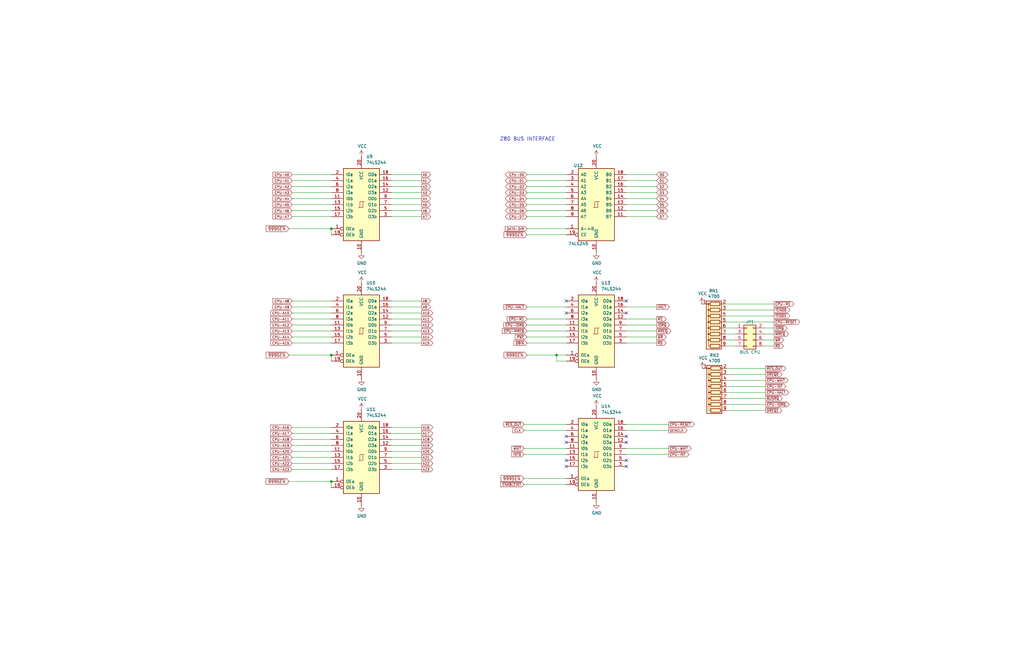
<source format=kicad_sch>
(kicad_sch (version 20211123) (generator eeschema)

  (uuid 86711b3b-1535-4bc5-89de-0c3ad8a96919)

  (paper "B")

  (title_block
    (title "Duodyne TMS9995 CPU board")
    (date "2023-12-16")
    (rev "V1.0")
  )

  (lib_symbols
    (symbol "74xx:74LS244" (pin_names (offset 1.016)) (in_bom yes) (on_board yes)
      (property "Reference" "U" (id 0) (at -7.62 16.51 0)
        (effects (font (size 1.27 1.27)))
      )
      (property "Value" "74LS244" (id 1) (at -7.62 -16.51 0)
        (effects (font (size 1.27 1.27)))
      )
      (property "Footprint" "" (id 2) (at 0 0 0)
        (effects (font (size 1.27 1.27)) hide)
      )
      (property "Datasheet" "http://www.ti.com/lit/ds/symlink/sn74ls244.pdf" (id 3) (at 0 0 0)
        (effects (font (size 1.27 1.27)) hide)
      )
      (property "ki_keywords" "7400 logic ttl low power schottky" (id 4) (at 0 0 0)
        (effects (font (size 1.27 1.27)) hide)
      )
      (property "ki_description" "Octal Buffer and Line Driver With 3-State Output, active-low enables, non-inverting outputs" (id 5) (at 0 0 0)
        (effects (font (size 1.27 1.27)) hide)
      )
      (property "ki_fp_filters" "DIP?20*" (id 6) (at 0 0 0)
        (effects (font (size 1.27 1.27)) hide)
      )
      (symbol "74LS244_1_0"
        (polyline
          (pts
            (xy -0.635 -1.27)
            (xy -0.635 1.27)
            (xy 0.635 1.27)
          )
          (stroke (width 0) (type default) (color 0 0 0 0))
          (fill (type none))
        )
        (polyline
          (pts
            (xy -1.27 -1.27)
            (xy 0.635 -1.27)
            (xy 0.635 1.27)
            (xy 1.27 1.27)
          )
          (stroke (width 0) (type default) (color 0 0 0 0))
          (fill (type none))
        )
        (pin input inverted (at -12.7 -10.16 0) (length 5.08)
          (name "OEa" (effects (font (size 1.27 1.27))))
          (number "1" (effects (font (size 1.27 1.27))))
        )
        (pin power_in line (at 0 -20.32 90) (length 5.08)
          (name "GND" (effects (font (size 1.27 1.27))))
          (number "10" (effects (font (size 1.27 1.27))))
        )
        (pin input line (at -12.7 2.54 0) (length 5.08)
          (name "I0b" (effects (font (size 1.27 1.27))))
          (number "11" (effects (font (size 1.27 1.27))))
        )
        (pin tri_state line (at 12.7 5.08 180) (length 5.08)
          (name "O3a" (effects (font (size 1.27 1.27))))
          (number "12" (effects (font (size 1.27 1.27))))
        )
        (pin input line (at -12.7 0 0) (length 5.08)
          (name "I1b" (effects (font (size 1.27 1.27))))
          (number "13" (effects (font (size 1.27 1.27))))
        )
        (pin tri_state line (at 12.7 7.62 180) (length 5.08)
          (name "O2a" (effects (font (size 1.27 1.27))))
          (number "14" (effects (font (size 1.27 1.27))))
        )
        (pin input line (at -12.7 -2.54 0) (length 5.08)
          (name "I2b" (effects (font (size 1.27 1.27))))
          (number "15" (effects (font (size 1.27 1.27))))
        )
        (pin tri_state line (at 12.7 10.16 180) (length 5.08)
          (name "O1a" (effects (font (size 1.27 1.27))))
          (number "16" (effects (font (size 1.27 1.27))))
        )
        (pin input line (at -12.7 -5.08 0) (length 5.08)
          (name "I3b" (effects (font (size 1.27 1.27))))
          (number "17" (effects (font (size 1.27 1.27))))
        )
        (pin tri_state line (at 12.7 12.7 180) (length 5.08)
          (name "O0a" (effects (font (size 1.27 1.27))))
          (number "18" (effects (font (size 1.27 1.27))))
        )
        (pin input inverted (at -12.7 -12.7 0) (length 5.08)
          (name "OEb" (effects (font (size 1.27 1.27))))
          (number "19" (effects (font (size 1.27 1.27))))
        )
        (pin input line (at -12.7 12.7 0) (length 5.08)
          (name "I0a" (effects (font (size 1.27 1.27))))
          (number "2" (effects (font (size 1.27 1.27))))
        )
        (pin power_in line (at 0 20.32 270) (length 5.08)
          (name "VCC" (effects (font (size 1.27 1.27))))
          (number "20" (effects (font (size 1.27 1.27))))
        )
        (pin tri_state line (at 12.7 -5.08 180) (length 5.08)
          (name "O3b" (effects (font (size 1.27 1.27))))
          (number "3" (effects (font (size 1.27 1.27))))
        )
        (pin input line (at -12.7 10.16 0) (length 5.08)
          (name "I1a" (effects (font (size 1.27 1.27))))
          (number "4" (effects (font (size 1.27 1.27))))
        )
        (pin tri_state line (at 12.7 -2.54 180) (length 5.08)
          (name "O2b" (effects (font (size 1.27 1.27))))
          (number "5" (effects (font (size 1.27 1.27))))
        )
        (pin input line (at -12.7 7.62 0) (length 5.08)
          (name "I2a" (effects (font (size 1.27 1.27))))
          (number "6" (effects (font (size 1.27 1.27))))
        )
        (pin tri_state line (at 12.7 0 180) (length 5.08)
          (name "O1b" (effects (font (size 1.27 1.27))))
          (number "7" (effects (font (size 1.27 1.27))))
        )
        (pin input line (at -12.7 5.08 0) (length 5.08)
          (name "I3a" (effects (font (size 1.27 1.27))))
          (number "8" (effects (font (size 1.27 1.27))))
        )
        (pin tri_state line (at 12.7 2.54 180) (length 5.08)
          (name "O0b" (effects (font (size 1.27 1.27))))
          (number "9" (effects (font (size 1.27 1.27))))
        )
      )
      (symbol "74LS244_1_1"
        (rectangle (start -7.62 15.24) (end 7.62 -15.24)
          (stroke (width 0.254) (type default) (color 0 0 0 0))
          (fill (type background))
        )
      )
    )
    (symbol "74xx:74LS245" (pin_names (offset 1.016)) (in_bom yes) (on_board yes)
      (property "Reference" "U" (id 0) (at -7.62 16.51 0)
        (effects (font (size 1.27 1.27)))
      )
      (property "Value" "74LS245" (id 1) (at -7.62 -16.51 0)
        (effects (font (size 1.27 1.27)))
      )
      (property "Footprint" "" (id 2) (at 0 0 0)
        (effects (font (size 1.27 1.27)) hide)
      )
      (property "Datasheet" "http://www.ti.com/lit/gpn/sn74LS245" (id 3) (at 0 0 0)
        (effects (font (size 1.27 1.27)) hide)
      )
      (property "ki_locked" "" (id 4) (at 0 0 0)
        (effects (font (size 1.27 1.27)))
      )
      (property "ki_keywords" "TTL BUS 3State" (id 5) (at 0 0 0)
        (effects (font (size 1.27 1.27)) hide)
      )
      (property "ki_description" "Octal BUS Transceivers, 3-State outputs" (id 6) (at 0 0 0)
        (effects (font (size 1.27 1.27)) hide)
      )
      (property "ki_fp_filters" "DIP?20*" (id 7) (at 0 0 0)
        (effects (font (size 1.27 1.27)) hide)
      )
      (symbol "74LS245_1_0"
        (polyline
          (pts
            (xy -0.635 -1.27)
            (xy -0.635 1.27)
            (xy 0.635 1.27)
          )
          (stroke (width 0) (type default) (color 0 0 0 0))
          (fill (type none))
        )
        (polyline
          (pts
            (xy -1.27 -1.27)
            (xy 0.635 -1.27)
            (xy 0.635 1.27)
            (xy 1.27 1.27)
          )
          (stroke (width 0) (type default) (color 0 0 0 0))
          (fill (type none))
        )
        (pin input line (at -12.7 -10.16 0) (length 5.08)
          (name "A->B" (effects (font (size 1.27 1.27))))
          (number "1" (effects (font (size 1.27 1.27))))
        )
        (pin power_in line (at 0 -20.32 90) (length 5.08)
          (name "GND" (effects (font (size 1.27 1.27))))
          (number "10" (effects (font (size 1.27 1.27))))
        )
        (pin tri_state line (at 12.7 -5.08 180) (length 5.08)
          (name "B7" (effects (font (size 1.27 1.27))))
          (number "11" (effects (font (size 1.27 1.27))))
        )
        (pin tri_state line (at 12.7 -2.54 180) (length 5.08)
          (name "B6" (effects (font (size 1.27 1.27))))
          (number "12" (effects (font (size 1.27 1.27))))
        )
        (pin tri_state line (at 12.7 0 180) (length 5.08)
          (name "B5" (effects (font (size 1.27 1.27))))
          (number "13" (effects (font (size 1.27 1.27))))
        )
        (pin tri_state line (at 12.7 2.54 180) (length 5.08)
          (name "B4" (effects (font (size 1.27 1.27))))
          (number "14" (effects (font (size 1.27 1.27))))
        )
        (pin tri_state line (at 12.7 5.08 180) (length 5.08)
          (name "B3" (effects (font (size 1.27 1.27))))
          (number "15" (effects (font (size 1.27 1.27))))
        )
        (pin tri_state line (at 12.7 7.62 180) (length 5.08)
          (name "B2" (effects (font (size 1.27 1.27))))
          (number "16" (effects (font (size 1.27 1.27))))
        )
        (pin tri_state line (at 12.7 10.16 180) (length 5.08)
          (name "B1" (effects (font (size 1.27 1.27))))
          (number "17" (effects (font (size 1.27 1.27))))
        )
        (pin tri_state line (at 12.7 12.7 180) (length 5.08)
          (name "B0" (effects (font (size 1.27 1.27))))
          (number "18" (effects (font (size 1.27 1.27))))
        )
        (pin input inverted (at -12.7 -12.7 0) (length 5.08)
          (name "CE" (effects (font (size 1.27 1.27))))
          (number "19" (effects (font (size 1.27 1.27))))
        )
        (pin tri_state line (at -12.7 12.7 0) (length 5.08)
          (name "A0" (effects (font (size 1.27 1.27))))
          (number "2" (effects (font (size 1.27 1.27))))
        )
        (pin power_in line (at 0 20.32 270) (length 5.08)
          (name "VCC" (effects (font (size 1.27 1.27))))
          (number "20" (effects (font (size 1.27 1.27))))
        )
        (pin tri_state line (at -12.7 10.16 0) (length 5.08)
          (name "A1" (effects (font (size 1.27 1.27))))
          (number "3" (effects (font (size 1.27 1.27))))
        )
        (pin tri_state line (at -12.7 7.62 0) (length 5.08)
          (name "A2" (effects (font (size 1.27 1.27))))
          (number "4" (effects (font (size 1.27 1.27))))
        )
        (pin tri_state line (at -12.7 5.08 0) (length 5.08)
          (name "A3" (effects (font (size 1.27 1.27))))
          (number "5" (effects (font (size 1.27 1.27))))
        )
        (pin tri_state line (at -12.7 2.54 0) (length 5.08)
          (name "A4" (effects (font (size 1.27 1.27))))
          (number "6" (effects (font (size 1.27 1.27))))
        )
        (pin tri_state line (at -12.7 0 0) (length 5.08)
          (name "A5" (effects (font (size 1.27 1.27))))
          (number "7" (effects (font (size 1.27 1.27))))
        )
        (pin tri_state line (at -12.7 -2.54 0) (length 5.08)
          (name "A6" (effects (font (size 1.27 1.27))))
          (number "8" (effects (font (size 1.27 1.27))))
        )
        (pin tri_state line (at -12.7 -5.08 0) (length 5.08)
          (name "A7" (effects (font (size 1.27 1.27))))
          (number "9" (effects (font (size 1.27 1.27))))
        )
      )
      (symbol "74LS245_1_1"
        (rectangle (start -7.62 15.24) (end 7.62 -15.24)
          (stroke (width 0.254) (type default) (color 0 0 0 0))
          (fill (type background))
        )
      )
    )
    (symbol "Connector_Generic:Conn_02x04_Odd_Even" (pin_names (offset 1.016) hide) (in_bom yes) (on_board yes)
      (property "Reference" "J" (id 0) (at 1.27 5.08 0)
        (effects (font (size 1.27 1.27)))
      )
      (property "Value" "Conn_02x04_Odd_Even" (id 1) (at 1.27 -7.62 0)
        (effects (font (size 1.27 1.27)))
      )
      (property "Footprint" "" (id 2) (at 0 0 0)
        (effects (font (size 1.27 1.27)) hide)
      )
      (property "Datasheet" "~" (id 3) (at 0 0 0)
        (effects (font (size 1.27 1.27)) hide)
      )
      (property "ki_keywords" "connector" (id 4) (at 0 0 0)
        (effects (font (size 1.27 1.27)) hide)
      )
      (property "ki_description" "Generic connector, double row, 02x04, odd/even pin numbering scheme (row 1 odd numbers, row 2 even numbers), script generated (kicad-library-utils/schlib/autogen/connector/)" (id 5) (at 0 0 0)
        (effects (font (size 1.27 1.27)) hide)
      )
      (property "ki_fp_filters" "Connector*:*_2x??_*" (id 6) (at 0 0 0)
        (effects (font (size 1.27 1.27)) hide)
      )
      (symbol "Conn_02x04_Odd_Even_1_1"
        (rectangle (start -1.27 -4.953) (end 0 -5.207)
          (stroke (width 0.1524) (type default) (color 0 0 0 0))
          (fill (type none))
        )
        (rectangle (start -1.27 -2.413) (end 0 -2.667)
          (stroke (width 0.1524) (type default) (color 0 0 0 0))
          (fill (type none))
        )
        (rectangle (start -1.27 0.127) (end 0 -0.127)
          (stroke (width 0.1524) (type default) (color 0 0 0 0))
          (fill (type none))
        )
        (rectangle (start -1.27 2.667) (end 0 2.413)
          (stroke (width 0.1524) (type default) (color 0 0 0 0))
          (fill (type none))
        )
        (rectangle (start -1.27 3.81) (end 3.81 -6.35)
          (stroke (width 0.254) (type default) (color 0 0 0 0))
          (fill (type background))
        )
        (rectangle (start 3.81 -4.953) (end 2.54 -5.207)
          (stroke (width 0.1524) (type default) (color 0 0 0 0))
          (fill (type none))
        )
        (rectangle (start 3.81 -2.413) (end 2.54 -2.667)
          (stroke (width 0.1524) (type default) (color 0 0 0 0))
          (fill (type none))
        )
        (rectangle (start 3.81 0.127) (end 2.54 -0.127)
          (stroke (width 0.1524) (type default) (color 0 0 0 0))
          (fill (type none))
        )
        (rectangle (start 3.81 2.667) (end 2.54 2.413)
          (stroke (width 0.1524) (type default) (color 0 0 0 0))
          (fill (type none))
        )
        (pin passive line (at -5.08 2.54 0) (length 3.81)
          (name "Pin_1" (effects (font (size 1.27 1.27))))
          (number "1" (effects (font (size 1.27 1.27))))
        )
        (pin passive line (at 7.62 2.54 180) (length 3.81)
          (name "Pin_2" (effects (font (size 1.27 1.27))))
          (number "2" (effects (font (size 1.27 1.27))))
        )
        (pin passive line (at -5.08 0 0) (length 3.81)
          (name "Pin_3" (effects (font (size 1.27 1.27))))
          (number "3" (effects (font (size 1.27 1.27))))
        )
        (pin passive line (at 7.62 0 180) (length 3.81)
          (name "Pin_4" (effects (font (size 1.27 1.27))))
          (number "4" (effects (font (size 1.27 1.27))))
        )
        (pin passive line (at -5.08 -2.54 0) (length 3.81)
          (name "Pin_5" (effects (font (size 1.27 1.27))))
          (number "5" (effects (font (size 1.27 1.27))))
        )
        (pin passive line (at 7.62 -2.54 180) (length 3.81)
          (name "Pin_6" (effects (font (size 1.27 1.27))))
          (number "6" (effects (font (size 1.27 1.27))))
        )
        (pin passive line (at -5.08 -5.08 0) (length 3.81)
          (name "Pin_7" (effects (font (size 1.27 1.27))))
          (number "7" (effects (font (size 1.27 1.27))))
        )
        (pin passive line (at 7.62 -5.08 180) (length 3.81)
          (name "Pin_8" (effects (font (size 1.27 1.27))))
          (number "8" (effects (font (size 1.27 1.27))))
        )
      )
    )
    (symbol "Device:R_Network08" (pin_names (offset 0) hide) (in_bom yes) (on_board yes)
      (property "Reference" "RN" (id 0) (at -12.7 0 90)
        (effects (font (size 1.27 1.27)))
      )
      (property "Value" "R_Network08" (id 1) (at 10.16 0 90)
        (effects (font (size 1.27 1.27)))
      )
      (property "Footprint" "Resistor_THT:R_Array_SIP9" (id 2) (at 12.065 0 90)
        (effects (font (size 1.27 1.27)) hide)
      )
      (property "Datasheet" "http://www.vishay.com/docs/31509/csc.pdf" (id 3) (at 0 0 0)
        (effects (font (size 1.27 1.27)) hide)
      )
      (property "ki_keywords" "R network star-topology" (id 4) (at 0 0 0)
        (effects (font (size 1.27 1.27)) hide)
      )
      (property "ki_description" "8 resistor network, star topology, bussed resistors, small symbol" (id 5) (at 0 0 0)
        (effects (font (size 1.27 1.27)) hide)
      )
      (property "ki_fp_filters" "R?Array?SIP*" (id 6) (at 0 0 0)
        (effects (font (size 1.27 1.27)) hide)
      )
      (symbol "R_Network08_0_1"
        (rectangle (start -11.43 -3.175) (end 8.89 3.175)
          (stroke (width 0.254) (type default) (color 0 0 0 0))
          (fill (type background))
        )
        (rectangle (start -10.922 1.524) (end -9.398 -2.54)
          (stroke (width 0.254) (type default) (color 0 0 0 0))
          (fill (type none))
        )
        (circle (center -10.16 2.286) (radius 0.254)
          (stroke (width 0) (type default) (color 0 0 0 0))
          (fill (type outline))
        )
        (rectangle (start -8.382 1.524) (end -6.858 -2.54)
          (stroke (width 0.254) (type default) (color 0 0 0 0))
          (fill (type none))
        )
        (circle (center -7.62 2.286) (radius 0.254)
          (stroke (width 0) (type default) (color 0 0 0 0))
          (fill (type outline))
        )
        (rectangle (start -5.842 1.524) (end -4.318 -2.54)
          (stroke (width 0.254) (type default) (color 0 0 0 0))
          (fill (type none))
        )
        (circle (center -5.08 2.286) (radius 0.254)
          (stroke (width 0) (type default) (color 0 0 0 0))
          (fill (type outline))
        )
        (rectangle (start -3.302 1.524) (end -1.778 -2.54)
          (stroke (width 0.254) (type default) (color 0 0 0 0))
          (fill (type none))
        )
        (circle (center -2.54 2.286) (radius 0.254)
          (stroke (width 0) (type default) (color 0 0 0 0))
          (fill (type outline))
        )
        (rectangle (start -0.762 1.524) (end 0.762 -2.54)
          (stroke (width 0.254) (type default) (color 0 0 0 0))
          (fill (type none))
        )
        (polyline
          (pts
            (xy -10.16 -2.54)
            (xy -10.16 -3.81)
          )
          (stroke (width 0) (type default) (color 0 0 0 0))
          (fill (type none))
        )
        (polyline
          (pts
            (xy -7.62 -2.54)
            (xy -7.62 -3.81)
          )
          (stroke (width 0) (type default) (color 0 0 0 0))
          (fill (type none))
        )
        (polyline
          (pts
            (xy -5.08 -2.54)
            (xy -5.08 -3.81)
          )
          (stroke (width 0) (type default) (color 0 0 0 0))
          (fill (type none))
        )
        (polyline
          (pts
            (xy -2.54 -2.54)
            (xy -2.54 -3.81)
          )
          (stroke (width 0) (type default) (color 0 0 0 0))
          (fill (type none))
        )
        (polyline
          (pts
            (xy 0 -2.54)
            (xy 0 -3.81)
          )
          (stroke (width 0) (type default) (color 0 0 0 0))
          (fill (type none))
        )
        (polyline
          (pts
            (xy 2.54 -2.54)
            (xy 2.54 -3.81)
          )
          (stroke (width 0) (type default) (color 0 0 0 0))
          (fill (type none))
        )
        (polyline
          (pts
            (xy 5.08 -2.54)
            (xy 5.08 -3.81)
          )
          (stroke (width 0) (type default) (color 0 0 0 0))
          (fill (type none))
        )
        (polyline
          (pts
            (xy 7.62 -2.54)
            (xy 7.62 -3.81)
          )
          (stroke (width 0) (type default) (color 0 0 0 0))
          (fill (type none))
        )
        (polyline
          (pts
            (xy -10.16 1.524)
            (xy -10.16 2.286)
            (xy -7.62 2.286)
            (xy -7.62 1.524)
          )
          (stroke (width 0) (type default) (color 0 0 0 0))
          (fill (type none))
        )
        (polyline
          (pts
            (xy -7.62 1.524)
            (xy -7.62 2.286)
            (xy -5.08 2.286)
            (xy -5.08 1.524)
          )
          (stroke (width 0) (type default) (color 0 0 0 0))
          (fill (type none))
        )
        (polyline
          (pts
            (xy -5.08 1.524)
            (xy -5.08 2.286)
            (xy -2.54 2.286)
            (xy -2.54 1.524)
          )
          (stroke (width 0) (type default) (color 0 0 0 0))
          (fill (type none))
        )
        (polyline
          (pts
            (xy -2.54 1.524)
            (xy -2.54 2.286)
            (xy 0 2.286)
            (xy 0 1.524)
          )
          (stroke (width 0) (type default) (color 0 0 0 0))
          (fill (type none))
        )
        (polyline
          (pts
            (xy 0 1.524)
            (xy 0 2.286)
            (xy 2.54 2.286)
            (xy 2.54 1.524)
          )
          (stroke (width 0) (type default) (color 0 0 0 0))
          (fill (type none))
        )
        (polyline
          (pts
            (xy 2.54 1.524)
            (xy 2.54 2.286)
            (xy 5.08 2.286)
            (xy 5.08 1.524)
          )
          (stroke (width 0) (type default) (color 0 0 0 0))
          (fill (type none))
        )
        (polyline
          (pts
            (xy 5.08 1.524)
            (xy 5.08 2.286)
            (xy 7.62 2.286)
            (xy 7.62 1.524)
          )
          (stroke (width 0) (type default) (color 0 0 0 0))
          (fill (type none))
        )
        (circle (center 0 2.286) (radius 0.254)
          (stroke (width 0) (type default) (color 0 0 0 0))
          (fill (type outline))
        )
        (rectangle (start 1.778 1.524) (end 3.302 -2.54)
          (stroke (width 0.254) (type default) (color 0 0 0 0))
          (fill (type none))
        )
        (circle (center 2.54 2.286) (radius 0.254)
          (stroke (width 0) (type default) (color 0 0 0 0))
          (fill (type outline))
        )
        (rectangle (start 4.318 1.524) (end 5.842 -2.54)
          (stroke (width 0.254) (type default) (color 0 0 0 0))
          (fill (type none))
        )
        (circle (center 5.08 2.286) (radius 0.254)
          (stroke (width 0) (type default) (color 0 0 0 0))
          (fill (type outline))
        )
        (rectangle (start 6.858 1.524) (end 8.382 -2.54)
          (stroke (width 0.254) (type default) (color 0 0 0 0))
          (fill (type none))
        )
      )
      (symbol "R_Network08_1_1"
        (pin passive line (at -10.16 5.08 270) (length 2.54)
          (name "common" (effects (font (size 1.27 1.27))))
          (number "1" (effects (font (size 1.27 1.27))))
        )
        (pin passive line (at -10.16 -5.08 90) (length 1.27)
          (name "R1" (effects (font (size 1.27 1.27))))
          (number "2" (effects (font (size 1.27 1.27))))
        )
        (pin passive line (at -7.62 -5.08 90) (length 1.27)
          (name "R2" (effects (font (size 1.27 1.27))))
          (number "3" (effects (font (size 1.27 1.27))))
        )
        (pin passive line (at -5.08 -5.08 90) (length 1.27)
          (name "R3" (effects (font (size 1.27 1.27))))
          (number "4" (effects (font (size 1.27 1.27))))
        )
        (pin passive line (at -2.54 -5.08 90) (length 1.27)
          (name "R4" (effects (font (size 1.27 1.27))))
          (number "5" (effects (font (size 1.27 1.27))))
        )
        (pin passive line (at 0 -5.08 90) (length 1.27)
          (name "R5" (effects (font (size 1.27 1.27))))
          (number "6" (effects (font (size 1.27 1.27))))
        )
        (pin passive line (at 2.54 -5.08 90) (length 1.27)
          (name "R6" (effects (font (size 1.27 1.27))))
          (number "7" (effects (font (size 1.27 1.27))))
        )
        (pin passive line (at 5.08 -5.08 90) (length 1.27)
          (name "R7" (effects (font (size 1.27 1.27))))
          (number "8" (effects (font (size 1.27 1.27))))
        )
        (pin passive line (at 7.62 -5.08 90) (length 1.27)
          (name "R8" (effects (font (size 1.27 1.27))))
          (number "9" (effects (font (size 1.27 1.27))))
        )
      )
    )
    (symbol "power:GND" (power) (pin_names (offset 0)) (in_bom yes) (on_board yes)
      (property "Reference" "#PWR" (id 0) (at 0 -6.35 0)
        (effects (font (size 1.27 1.27)) hide)
      )
      (property "Value" "GND" (id 1) (at 0 -3.81 0)
        (effects (font (size 1.27 1.27)))
      )
      (property "Footprint" "" (id 2) (at 0 0 0)
        (effects (font (size 1.27 1.27)) hide)
      )
      (property "Datasheet" "" (id 3) (at 0 0 0)
        (effects (font (size 1.27 1.27)) hide)
      )
      (property "ki_keywords" "global power" (id 4) (at 0 0 0)
        (effects (font (size 1.27 1.27)) hide)
      )
      (property "ki_description" "Power symbol creates a global label with name \"GND\" , ground" (id 5) (at 0 0 0)
        (effects (font (size 1.27 1.27)) hide)
      )
      (symbol "GND_0_1"
        (polyline
          (pts
            (xy 0 0)
            (xy 0 -1.27)
            (xy 1.27 -1.27)
            (xy 0 -2.54)
            (xy -1.27 -1.27)
            (xy 0 -1.27)
          )
          (stroke (width 0) (type default) (color 0 0 0 0))
          (fill (type none))
        )
      )
      (symbol "GND_1_1"
        (pin power_in line (at 0 0 270) (length 0) hide
          (name "GND" (effects (font (size 1.27 1.27))))
          (number "1" (effects (font (size 1.27 1.27))))
        )
      )
    )
    (symbol "power:VCC" (power) (pin_names (offset 0)) (in_bom yes) (on_board yes)
      (property "Reference" "#PWR" (id 0) (at 0 -3.81 0)
        (effects (font (size 1.27 1.27)) hide)
      )
      (property "Value" "VCC" (id 1) (at 0 3.81 0)
        (effects (font (size 1.27 1.27)))
      )
      (property "Footprint" "" (id 2) (at 0 0 0)
        (effects (font (size 1.27 1.27)) hide)
      )
      (property "Datasheet" "" (id 3) (at 0 0 0)
        (effects (font (size 1.27 1.27)) hide)
      )
      (property "ki_keywords" "global power" (id 4) (at 0 0 0)
        (effects (font (size 1.27 1.27)) hide)
      )
      (property "ki_description" "Power symbol creates a global label with name \"VCC\"" (id 5) (at 0 0 0)
        (effects (font (size 1.27 1.27)) hide)
      )
      (symbol "VCC_0_1"
        (polyline
          (pts
            (xy -0.762 1.27)
            (xy 0 2.54)
          )
          (stroke (width 0) (type default) (color 0 0 0 0))
          (fill (type none))
        )
        (polyline
          (pts
            (xy 0 0)
            (xy 0 2.54)
          )
          (stroke (width 0) (type default) (color 0 0 0 0))
          (fill (type none))
        )
        (polyline
          (pts
            (xy 0 2.54)
            (xy 0.762 1.27)
          )
          (stroke (width 0) (type default) (color 0 0 0 0))
          (fill (type none))
        )
      )
      (symbol "VCC_1_1"
        (pin power_in line (at 0 0 90) (length 0) hide
          (name "VCC" (effects (font (size 1.27 1.27))))
          (number "1" (effects (font (size 1.27 1.27))))
        )
      )
    )
  )

  (junction (at 139.7 203.2) (diameter 0) (color 0 0 0 0)
    (uuid 25ca1e69-269e-4bda-9034-5043d7f4f63c)
  )
  (junction (at 139.7 96.52) (diameter 0) (color 0 0 0 0)
    (uuid 294e4517-8930-4e83-8146-36a68ba80a98)
  )
  (junction (at 139.7 149.86) (diameter 0) (color 0 0 0 0)
    (uuid 993d826a-18ad-41fc-a2a9-87ca5f54776d)
  )
  (junction (at 234.696 149.86) (diameter 0) (color 0 0 0 0)
    (uuid e45fa49e-39fd-402f-849e-60a307ac1207)
  )

  (no_connect (at 264.16 186.69) (uuid 031ce486-7849-48d9-901b-0c4cfa7e90ef))
  (no_connect (at 238.76 186.69) (uuid 0e135aed-00e5-4a97-ba52-d52441b187fe))
  (no_connect (at 264.16 194.31) (uuid 104d3824-41fd-4d64-8fe3-fc6e8ff9de78))
  (no_connect (at 264.16 184.15) (uuid 2a3995f7-f805-4a13-8d9a-6cb2e8cc60c8))
  (no_connect (at 238.76 196.85) (uuid 33bb9d1a-bae9-43a9-b40d-6ef4730e31db))
  (no_connect (at 238.76 194.31) (uuid 82c862c2-1e40-4317-a4aa-a6ecec0f2614))
  (no_connect (at 238.76 132.08) (uuid 82fa33a1-619a-438f-915f-c35255168a29))
  (no_connect (at 238.76 184.15) (uuid 86d004e0-d71b-408f-9978-99b96a65e024))
  (no_connect (at 264.16 127) (uuid 965fb1ab-9d64-4a84-8a15-25f497aea341))
  (no_connect (at 238.76 127) (uuid 968f922e-558e-4adc-9252-3bc95658f3c1))
  (no_connect (at 264.16 196.85) (uuid e50901f0-87e2-414e-bd9c-d1446f3db9ab))
  (no_connect (at 264.16 132.08) (uuid f95f7e82-f4ae-4a23-8116-09b81beeadaa))

  (wire (pts (xy 165.1 193.04) (xy 177.8 193.04))
    (stroke (width 0) (type default) (color 0 0 0 0))
    (uuid 02ac17f9-f1f5-435f-bece-5a35669607ec)
  )
  (wire (pts (xy 139.7 96.52) (xy 121.92 96.52))
    (stroke (width 0) (type default) (color 0 0 0 0))
    (uuid 04e4b330-5efd-431f-8b8e-a63ce7bbb8d6)
  )
  (wire (pts (xy 123.19 73.66) (xy 139.7 73.66))
    (stroke (width 0) (type default) (color 0 0 0 0))
    (uuid 08d0aa0f-f890-4d05-bc1d-47b707f7297c)
  )
  (wire (pts (xy 264.16 179.07) (xy 281.94 179.07))
    (stroke (width 0) (type default) (color 0 0 0 0))
    (uuid 092ce644-c3d9-45d0-b0f0-e34adecd5021)
  )
  (wire (pts (xy 306.324 165.608) (xy 322.834 165.608))
    (stroke (width 0) (type default) (color 0 0 0 0))
    (uuid 096e8d10-aa00-4321-81c4-90883f95e83e)
  )
  (wire (pts (xy 165.1 198.12) (xy 177.8 198.12))
    (stroke (width 0) (type default) (color 0 0 0 0))
    (uuid 09c7ea62-c778-4f70-95fe-d0a3084c4b6c)
  )
  (wire (pts (xy 234.696 152.4) (xy 238.76 152.4))
    (stroke (width 0) (type default) (color 0 0 0 0))
    (uuid 0c122758-9a29-4ed0-892f-71b88bca648e)
  )
  (wire (pts (xy 264.16 137.16) (xy 276.86 137.16))
    (stroke (width 0) (type default) (color 0 0 0 0))
    (uuid 1032d00d-e4fe-4a1a-8417-c0fded28c5b5)
  )
  (wire (pts (xy 306.07 143.51) (xy 309.88 143.51))
    (stroke (width 0) (type default) (color 0 0 0 0))
    (uuid 114bed05-e9bc-41da-b093-b47040fa5fe4)
  )
  (wire (pts (xy 123.19 88.9) (xy 139.7 88.9))
    (stroke (width 0) (type default) (color 0 0 0 0))
    (uuid 158648e8-cae7-4097-9358-e61f0838d60d)
  )
  (wire (pts (xy 165.1 195.58) (xy 177.8 195.58))
    (stroke (width 0) (type default) (color 0 0 0 0))
    (uuid 15d940ff-0f0c-477f-9ed0-d31dfc0e7b6d)
  )
  (wire (pts (xy 165.1 76.2) (xy 177.8 76.2))
    (stroke (width 0) (type default) (color 0 0 0 0))
    (uuid 179539f9-08ee-4a5b-998e-a66332e01100)
  )
  (wire (pts (xy 222.25 83.82) (xy 238.76 83.82))
    (stroke (width 0) (type default) (color 0 0 0 0))
    (uuid 18c755f9-7de8-4105-8cbb-f6031f095ba0)
  )
  (wire (pts (xy 222.25 144.78) (xy 238.76 144.78))
    (stroke (width 0) (type default) (color 0 0 0 0))
    (uuid 1a4ce9a9-38f1-4bfa-a730-a6bc69198570)
  )
  (wire (pts (xy 165.1 86.36) (xy 177.8 86.36))
    (stroke (width 0) (type default) (color 0 0 0 0))
    (uuid 1a91ecb9-938f-4bad-b241-121d7f02b5af)
  )
  (wire (pts (xy 165.1 137.16) (xy 177.8 137.16))
    (stroke (width 0) (type default) (color 0 0 0 0))
    (uuid 1ba1aa5b-1483-4dce-ba7e-051ddc4a2d7b)
  )
  (wire (pts (xy 165.1 129.54) (xy 177.8 129.54))
    (stroke (width 0) (type default) (color 0 0 0 0))
    (uuid 1be3c946-9ba1-4416-acff-871a49c6ae89)
  )
  (wire (pts (xy 220.98 204.47) (xy 238.76 204.47))
    (stroke (width 0) (type default) (color 0 0 0 0))
    (uuid 264fe759-023f-4394-8a1a-c4aed5ac171c)
  )
  (wire (pts (xy 322.58 138.43) (xy 326.39 138.43))
    (stroke (width 0) (type default) (color 0 0 0 0))
    (uuid 2b218b82-6d06-4c44-b220-da939e5249b4)
  )
  (wire (pts (xy 234.696 149.86) (xy 234.696 152.4))
    (stroke (width 0) (type default) (color 0 0 0 0))
    (uuid 2d94d05e-a187-45d1-80df-278dd743df0a)
  )
  (wire (pts (xy 322.58 146.05) (xy 326.39 146.05))
    (stroke (width 0) (type default) (color 0 0 0 0))
    (uuid 2e62ae87-c9f9-4726-9d47-16f7a09d52d2)
  )
  (wire (pts (xy 123.19 195.58) (xy 139.7 195.58))
    (stroke (width 0) (type default) (color 0 0 0 0))
    (uuid 31b04488-6850-4e76-9a4b-f6302c18fef6)
  )
  (wire (pts (xy 165.1 182.88) (xy 177.8 182.88))
    (stroke (width 0) (type default) (color 0 0 0 0))
    (uuid 31ff78b7-7b07-4212-94d5-4da337db5e1c)
  )
  (wire (pts (xy 306.324 170.688) (xy 322.834 170.688))
    (stroke (width 0) (type default) (color 0 0 0 0))
    (uuid 32d28439-15f7-40fe-9b42-124409b4d331)
  )
  (wire (pts (xy 123.19 81.28) (xy 139.7 81.28))
    (stroke (width 0) (type default) (color 0 0 0 0))
    (uuid 33280c30-235a-454e-88cb-1398f0f661cd)
  )
  (wire (pts (xy 165.1 139.7) (xy 177.8 139.7))
    (stroke (width 0) (type default) (color 0 0 0 0))
    (uuid 3a38041f-08d8-4c07-8976-c8de4f03135c)
  )
  (wire (pts (xy 123.19 76.2) (xy 139.7 76.2))
    (stroke (width 0) (type default) (color 0 0 0 0))
    (uuid 3a69a411-6516-4d60-af33-5ae9cd9be0f1)
  )
  (wire (pts (xy 165.1 127) (xy 177.8 127))
    (stroke (width 0) (type default) (color 0 0 0 0))
    (uuid 3ec7a1de-8dd0-4e42-8dff-1306f52a8a2c)
  )
  (wire (pts (xy 165.1 73.66) (xy 177.8 73.66))
    (stroke (width 0) (type default) (color 0 0 0 0))
    (uuid 42d4c421-e8a2-4f31-afd3-b17c01a74311)
  )
  (wire (pts (xy 222.25 81.28) (xy 238.76 81.28))
    (stroke (width 0) (type default) (color 0 0 0 0))
    (uuid 436b9165-a2ac-4e44-ad48-0841aaf5d4a4)
  )
  (wire (pts (xy 264.16 86.36) (xy 276.86 86.36))
    (stroke (width 0) (type default) (color 0 0 0 0))
    (uuid 44e286f4-c8d3-4a3c-9978-67c21c02ddc9)
  )
  (wire (pts (xy 139.7 152.4) (xy 139.7 149.86))
    (stroke (width 0) (type default) (color 0 0 0 0))
    (uuid 4809bddf-eb03-4340-98f0-ffcf06f0c71a)
  )
  (wire (pts (xy 306.324 155.448) (xy 322.834 155.448))
    (stroke (width 0) (type default) (color 0 0 0 0))
    (uuid 4a54272c-7543-4d01-a28a-bf1b9c81e8f6)
  )
  (wire (pts (xy 306.07 140.97) (xy 309.88 140.97))
    (stroke (width 0) (type default) (color 0 0 0 0))
    (uuid 4b15ecf2-f38f-480f-bf4d-e14dae93d162)
  )
  (wire (pts (xy 222.25 137.16) (xy 238.76 137.16))
    (stroke (width 0) (type default) (color 0 0 0 0))
    (uuid 4b36d0f3-62c4-4a8b-bad4-f9708e15df72)
  )
  (wire (pts (xy 123.19 91.44) (xy 139.7 91.44))
    (stroke (width 0) (type default) (color 0 0 0 0))
    (uuid 4b9fb86e-8036-47cb-8fb9-3e71e1da079a)
  )
  (wire (pts (xy 281.94 191.77) (xy 264.16 191.77))
    (stroke (width 0) (type default) (color 0 0 0 0))
    (uuid 4c80cc59-b5cd-4298-bb8f-15f583ee28fe)
  )
  (wire (pts (xy 238.76 134.62) (xy 222.25 134.62))
    (stroke (width 0) (type default) (color 0 0 0 0))
    (uuid 4dfd1c7f-69a1-4f86-bf78-c1a59b2b4503)
  )
  (wire (pts (xy 306.07 146.05) (xy 309.88 146.05))
    (stroke (width 0) (type default) (color 0 0 0 0))
    (uuid 4e04cd1b-a7cc-4ff1-84b6-0b40ab88d616)
  )
  (wire (pts (xy 222.25 76.2) (xy 238.76 76.2))
    (stroke (width 0) (type default) (color 0 0 0 0))
    (uuid 4e84bae2-c63a-48d0-89e9-7e9dbbba6de2)
  )
  (wire (pts (xy 264.16 81.28) (xy 276.86 81.28))
    (stroke (width 0) (type default) (color 0 0 0 0))
    (uuid 4ebccdb1-6736-4597-8063-bcdc84f6c1b9)
  )
  (wire (pts (xy 139.7 149.86) (xy 121.92 149.86))
    (stroke (width 0) (type default) (color 0 0 0 0))
    (uuid 513c5fbd-6aec-4336-adf7-6300113365fc)
  )
  (wire (pts (xy 264.16 142.24) (xy 276.86 142.24))
    (stroke (width 0) (type default) (color 0 0 0 0))
    (uuid 52fc0902-5885-4328-8d0e-bc4863d13dc5)
  )
  (wire (pts (xy 222.25 86.36) (xy 238.76 86.36))
    (stroke (width 0) (type default) (color 0 0 0 0))
    (uuid 53cce825-ee62-47b5-8456-0d8374d10ee9)
  )
  (wire (pts (xy 264.16 134.62) (xy 276.86 134.62))
    (stroke (width 0) (type default) (color 0 0 0 0))
    (uuid 5b7ffff6-b360-4888-8f47-0cfcd27c7d51)
  )
  (wire (pts (xy 222.25 142.24) (xy 238.76 142.24))
    (stroke (width 0) (type default) (color 0 0 0 0))
    (uuid 5dc43dc7-14d6-4ab8-946f-c55e17ff86fe)
  )
  (wire (pts (xy 222.25 129.54) (xy 238.76 129.54))
    (stroke (width 0) (type default) (color 0 0 0 0))
    (uuid 5e8cca1d-43ec-4301-aad5-70fd644e7255)
  )
  (wire (pts (xy 123.19 129.54) (xy 139.7 129.54))
    (stroke (width 0) (type default) (color 0 0 0 0))
    (uuid 5f98d448-15f5-4fdc-a456-7b4850437159)
  )
  (wire (pts (xy 123.19 83.82) (xy 139.7 83.82))
    (stroke (width 0) (type default) (color 0 0 0 0))
    (uuid 67857644-2e94-425b-8363-6b094d3cb69b)
  )
  (wire (pts (xy 123.19 198.12) (xy 139.7 198.12))
    (stroke (width 0) (type default) (color 0 0 0 0))
    (uuid 6943f4a5-5992-4eac-98e3-5117ad4f687b)
  )
  (wire (pts (xy 264.16 88.9) (xy 276.86 88.9))
    (stroke (width 0) (type default) (color 0 0 0 0))
    (uuid 70c2cb1a-48ca-4ded-8944-8a979bd3d07d)
  )
  (wire (pts (xy 165.1 187.96) (xy 177.8 187.96))
    (stroke (width 0) (type default) (color 0 0 0 0))
    (uuid 716b41c8-59c9-4160-bfc6-09b97b3b70f9)
  )
  (wire (pts (xy 123.19 137.16) (xy 139.7 137.16))
    (stroke (width 0) (type default) (color 0 0 0 0))
    (uuid 73b4759e-0f99-432b-a44a-9494ca5b19c9)
  )
  (wire (pts (xy 165.1 88.9) (xy 177.8 88.9))
    (stroke (width 0) (type default) (color 0 0 0 0))
    (uuid 7c70e36b-1b25-410c-8425-8d3f36381010)
  )
  (wire (pts (xy 306.324 157.988) (xy 322.834 157.988))
    (stroke (width 0) (type default) (color 0 0 0 0))
    (uuid 7d5b14ad-435b-43e9-a937-91b75c50c6da)
  )
  (wire (pts (xy 222.25 73.66) (xy 238.76 73.66))
    (stroke (width 0) (type default) (color 0 0 0 0))
    (uuid 7f2296a9-b435-44cf-8e43-80130c6f67de)
  )
  (wire (pts (xy 281.94 189.23) (xy 264.16 189.23))
    (stroke (width 0) (type default) (color 0 0 0 0))
    (uuid 7f23fe9a-69ef-4b11-800a-aedc1cc707f2)
  )
  (wire (pts (xy 123.19 132.08) (xy 139.7 132.08))
    (stroke (width 0) (type default) (color 0 0 0 0))
    (uuid 81c8189f-3c9d-487c-9b40-1dac0e23ffa0)
  )
  (wire (pts (xy 165.1 91.44) (xy 177.8 91.44))
    (stroke (width 0) (type default) (color 0 0 0 0))
    (uuid 82bdd3bd-fd42-426b-9a6b-c84b627ab796)
  )
  (wire (pts (xy 222.25 149.86) (xy 234.696 149.86))
    (stroke (width 0) (type default) (color 0 0 0 0))
    (uuid 8464486d-4d7d-484e-912e-a7a13b5c9c9f)
  )
  (wire (pts (xy 220.98 191.77) (xy 238.76 191.77))
    (stroke (width 0) (type default) (color 0 0 0 0))
    (uuid 866fa520-7af5-49df-ba40-3ea89b3d524a)
  )
  (wire (pts (xy 165.1 78.74) (xy 177.8 78.74))
    (stroke (width 0) (type default) (color 0 0 0 0))
    (uuid 86d8ed01-d51d-42e0-8233-d59bf7a0b3a9)
  )
  (wire (pts (xy 165.1 144.78) (xy 177.8 144.78))
    (stroke (width 0) (type default) (color 0 0 0 0))
    (uuid 86f69685-fb0c-43a4-884e-e033d8c00ad5)
  )
  (wire (pts (xy 165.1 81.28) (xy 177.8 81.28))
    (stroke (width 0) (type default) (color 0 0 0 0))
    (uuid 895183e1-8fe4-4adc-8288-04056d6592c9)
  )
  (wire (pts (xy 322.58 143.51) (xy 326.39 143.51))
    (stroke (width 0) (type default) (color 0 0 0 0))
    (uuid 8ab5fa98-c163-4ce5-ad46-f55af1fc483d)
  )
  (wire (pts (xy 123.19 187.96) (xy 139.7 187.96))
    (stroke (width 0) (type default) (color 0 0 0 0))
    (uuid 8ad67083-a27a-4624-b7fa-3f2470681012)
  )
  (wire (pts (xy 264.16 139.7) (xy 276.86 139.7))
    (stroke (width 0) (type default) (color 0 0 0 0))
    (uuid 8d5b48c3-ef81-4673-aa32-e1f0d56806b1)
  )
  (wire (pts (xy 222.25 99.06) (xy 238.76 99.06))
    (stroke (width 0) (type default) (color 0 0 0 0))
    (uuid 8d8bd123-bb91-4029-9542-b8f11d33e6f4)
  )
  (wire (pts (xy 306.07 138.43) (xy 309.88 138.43))
    (stroke (width 0) (type default) (color 0 0 0 0))
    (uuid 90d2febf-6d5d-4275-8d02-9b08a446e5e5)
  )
  (wire (pts (xy 264.16 83.82) (xy 276.86 83.82))
    (stroke (width 0) (type default) (color 0 0 0 0))
    (uuid 9318bd76-c7c6-45b2-8d21-3d075673a4a3)
  )
  (wire (pts (xy 306.07 135.89) (xy 326.39 135.89))
    (stroke (width 0) (type default) (color 0 0 0 0))
    (uuid 93e56b57-61bc-4ce2-8bb6-313b83266c3e)
  )
  (wire (pts (xy 165.1 134.62) (xy 177.8 134.62))
    (stroke (width 0) (type default) (color 0 0 0 0))
    (uuid 96b9708e-6d0f-46a4-9124-147ecfffdba8)
  )
  (wire (pts (xy 165.1 83.82) (xy 177.8 83.82))
    (stroke (width 0) (type default) (color 0 0 0 0))
    (uuid 96f72c79-8755-4a45-89c5-010509d6252a)
  )
  (wire (pts (xy 165.1 185.42) (xy 177.8 185.42))
    (stroke (width 0) (type default) (color 0 0 0 0))
    (uuid 9705603f-5a48-402f-b9e9-2f1f42792962)
  )
  (wire (pts (xy 306.324 173.228) (xy 322.834 173.228))
    (stroke (width 0) (type default) (color 0 0 0 0))
    (uuid 9a1f3ac2-6ec6-4848-87f6-823c636619c8)
  )
  (wire (pts (xy 165.1 142.24) (xy 177.8 142.24))
    (stroke (width 0) (type default) (color 0 0 0 0))
    (uuid 9a833c25-a034-4eca-8d1f-0c7807510b7d)
  )
  (wire (pts (xy 123.19 144.78) (xy 139.7 144.78))
    (stroke (width 0) (type default) (color 0 0 0 0))
    (uuid 9df09775-e8af-4391-b180-b89e7a6a70c1)
  )
  (wire (pts (xy 306.07 133.35) (xy 326.39 133.35))
    (stroke (width 0) (type default) (color 0 0 0 0))
    (uuid 9ef3debf-2748-495d-8c0b-3cc8268e2092)
  )
  (wire (pts (xy 306.324 163.068) (xy 322.834 163.068))
    (stroke (width 0) (type default) (color 0 0 0 0))
    (uuid a39a8338-fe28-4cd5-8c5d-d24dc1b486d0)
  )
  (wire (pts (xy 222.25 139.7) (xy 238.76 139.7))
    (stroke (width 0) (type default) (color 0 0 0 0))
    (uuid a411c33a-fb9a-482b-8729-1771b4786c79)
  )
  (wire (pts (xy 139.7 205.74) (xy 139.7 203.2))
    (stroke (width 0) (type default) (color 0 0 0 0))
    (uuid a49eebd6-c000-423c-a17e-25e5e15e3f82)
  )
  (wire (pts (xy 123.19 180.34) (xy 139.7 180.34))
    (stroke (width 0) (type default) (color 0 0 0 0))
    (uuid a5064d38-e6ea-4214-9c21-c7611ca196cd)
  )
  (wire (pts (xy 123.19 139.7) (xy 139.7 139.7))
    (stroke (width 0) (type default) (color 0 0 0 0))
    (uuid aa8543db-07b1-4086-8e39-be031d1343da)
  )
  (wire (pts (xy 123.19 185.42) (xy 139.7 185.42))
    (stroke (width 0) (type default) (color 0 0 0 0))
    (uuid ad3a77b4-cfd8-434a-b2aa-a550716ca182)
  )
  (wire (pts (xy 165.1 180.34) (xy 177.8 180.34))
    (stroke (width 0) (type default) (color 0 0 0 0))
    (uuid b46a16c4-aac8-4f8c-8d41-3a6b9aca93fd)
  )
  (wire (pts (xy 123.19 193.04) (xy 139.7 193.04))
    (stroke (width 0) (type default) (color 0 0 0 0))
    (uuid bdab595a-3c19-471f-8444-3437df92581d)
  )
  (wire (pts (xy 322.58 140.97) (xy 326.39 140.97))
    (stroke (width 0) (type default) (color 0 0 0 0))
    (uuid bdb90e56-1c67-46ea-b9a5-ac6da7adee68)
  )
  (wire (pts (xy 139.7 203.2) (xy 121.92 203.2))
    (stroke (width 0) (type default) (color 0 0 0 0))
    (uuid c2a49099-0713-44e2-b595-6d0418596f01)
  )
  (wire (pts (xy 220.98 179.07) (xy 238.76 179.07))
    (stroke (width 0) (type default) (color 0 0 0 0))
    (uuid c5bfe2f4-2bc2-4d5e-8554-d1db18ebc03c)
  )
  (wire (pts (xy 123.19 134.62) (xy 139.7 134.62))
    (stroke (width 0) (type default) (color 0 0 0 0))
    (uuid cd9d873d-ee04-4d18-bf12-846ef915d9cf)
  )
  (wire (pts (xy 165.1 132.08) (xy 177.8 132.08))
    (stroke (width 0) (type default) (color 0 0 0 0))
    (uuid cf365fb4-cc92-44de-8be8-11af12ee3c33)
  )
  (wire (pts (xy 220.98 201.93) (xy 238.76 201.93))
    (stroke (width 0) (type default) (color 0 0 0 0))
    (uuid d1e40e6d-0139-4a5e-be1d-e4a8b29774d0)
  )
  (wire (pts (xy 264.16 76.2) (xy 276.86 76.2))
    (stroke (width 0) (type default) (color 0 0 0 0))
    (uuid d42ab84b-a771-4a3a-88df-9fc17a349d7e)
  )
  (wire (pts (xy 264.16 73.66) (xy 276.86 73.66))
    (stroke (width 0) (type default) (color 0 0 0 0))
    (uuid d51b0c4d-e59d-4865-8b13-8f9cd8620fb6)
  )
  (wire (pts (xy 222.25 96.52) (xy 238.76 96.52))
    (stroke (width 0) (type default) (color 0 0 0 0))
    (uuid d6b4375b-b99a-4598-9cb3-0e1c5a046ba8)
  )
  (wire (pts (xy 123.19 190.5) (xy 139.7 190.5))
    (stroke (width 0) (type default) (color 0 0 0 0))
    (uuid d6e182e0-a264-4bbb-ba73-e15c7cf41177)
  )
  (wire (pts (xy 264.16 91.44) (xy 276.86 91.44))
    (stroke (width 0) (type default) (color 0 0 0 0))
    (uuid d6e846da-262d-48a8-b5f6-3edaf58602ff)
  )
  (wire (pts (xy 165.1 190.5) (xy 177.8 190.5))
    (stroke (width 0) (type default) (color 0 0 0 0))
    (uuid d77e38fe-507b-4066-bcfd-e49dae3b3cfc)
  )
  (wire (pts (xy 123.19 142.24) (xy 139.7 142.24))
    (stroke (width 0) (type default) (color 0 0 0 0))
    (uuid e0d7dc1f-294a-4940-afc4-95d795dba737)
  )
  (wire (pts (xy 306.07 128.27) (xy 326.39 128.27))
    (stroke (width 0) (type default) (color 0 0 0 0))
    (uuid e1432007-64cb-4a3d-8884-26a22b5c8721)
  )
  (wire (pts (xy 306.324 160.528) (xy 322.834 160.528))
    (stroke (width 0) (type default) (color 0 0 0 0))
    (uuid e2fa35ed-0e9e-4fe3-9986-de56920dfa84)
  )
  (wire (pts (xy 264.16 181.61) (xy 281.94 181.61))
    (stroke (width 0) (type default) (color 0 0 0 0))
    (uuid e3724d67-7331-4151-9986-f36da6cf28b0)
  )
  (wire (pts (xy 123.19 127) (xy 139.7 127))
    (stroke (width 0) (type default) (color 0 0 0 0))
    (uuid e44d253d-2f00-4b8b-b332-15c04f4d9d79)
  )
  (wire (pts (xy 264.16 144.78) (xy 276.86 144.78))
    (stroke (width 0) (type default) (color 0 0 0 0))
    (uuid e71fcc63-8880-4190-94f0-dfbbc361e80a)
  )
  (wire (pts (xy 222.25 78.74) (xy 238.76 78.74))
    (stroke (width 0) (type default) (color 0 0 0 0))
    (uuid e814e6c8-0470-4170-b079-dccff3e54c28)
  )
  (wire (pts (xy 123.19 182.88) (xy 139.7 182.88))
    (stroke (width 0) (type default) (color 0 0 0 0))
    (uuid e83fccc3-e3bd-481b-87be-40b5885b8537)
  )
  (wire (pts (xy 264.16 78.74) (xy 276.86 78.74))
    (stroke (width 0) (type default) (color 0 0 0 0))
    (uuid eac08988-4f9c-4688-9483-3035b0f4c605)
  )
  (wire (pts (xy 306.07 130.81) (xy 326.39 130.81))
    (stroke (width 0) (type default) (color 0 0 0 0))
    (uuid ec256fb4-0aa8-4a02-be67-0dbd94aac7ff)
  )
  (wire (pts (xy 139.7 99.06) (xy 139.7 96.52))
    (stroke (width 0) (type default) (color 0 0 0 0))
    (uuid ed38e31f-efc6-45f3-b867-e02c24a5fbdb)
  )
  (wire (pts (xy 123.19 86.36) (xy 139.7 86.36))
    (stroke (width 0) (type default) (color 0 0 0 0))
    (uuid ed622f93-ffba-41d5-93c6-750549f6993e)
  )
  (wire (pts (xy 306.324 168.148) (xy 322.834 168.148))
    (stroke (width 0) (type default) (color 0 0 0 0))
    (uuid ee75b635-ef07-4a6a-a846-4cd0bfeb477b)
  )
  (wire (pts (xy 123.19 78.74) (xy 139.7 78.74))
    (stroke (width 0) (type default) (color 0 0 0 0))
    (uuid f021528c-5bec-4b53-a875-15e135a9a0cd)
  )
  (wire (pts (xy 264.16 129.54) (xy 276.86 129.54))
    (stroke (width 0) (type default) (color 0 0 0 0))
    (uuid f02bbb7a-5208-4832-91bc-94dcf50e22a3)
  )
  (wire (pts (xy 220.98 181.61) (xy 238.76 181.61))
    (stroke (width 0) (type default) (color 0 0 0 0))
    (uuid f59425e2-5166-4f77-ac4e-b192968977f6)
  )
  (wire (pts (xy 220.98 189.23) (xy 238.76 189.23))
    (stroke (width 0) (type default) (color 0 0 0 0))
    (uuid f5a9dbd9-9e4f-4ca3-8d06-38d87be01d30)
  )
  (wire (pts (xy 222.25 91.44) (xy 238.76 91.44))
    (stroke (width 0) (type default) (color 0 0 0 0))
    (uuid f612e53b-5fb0-41fa-953f-bfe2257f0620)
  )
  (wire (pts (xy 234.696 149.86) (xy 238.76 149.86))
    (stroke (width 0) (type default) (color 0 0 0 0))
    (uuid f85243fb-ce99-4ce4-9b44-dbac983e1434)
  )
  (wire (pts (xy 222.25 88.9) (xy 238.76 88.9))
    (stroke (width 0) (type default) (color 0 0 0 0))
    (uuid faa476b1-92da-49fc-8d08-ae13958761fd)
  )

  (text "Z80 BUS INTERFACE" (at 210.82 59.69 0)
    (effects (font (size 1.524 1.524)) (justify left bottom))
    (uuid d75c3abc-a5b6-43e3-b467-e26d1d69b195)
  )

  (global_label "A9" (shape output) (at 177.8 129.54 0) (fields_autoplaced)
    (effects (font (size 1.016 1.016)) (justify left))
    (uuid 06a7942a-c0e9-4bfe-bc62-a3a395d4fd8d)
    (property "Intersheet References" "${INTERSHEET_REFS}" (id 0) (at 0 0 0)
      (effects (font (size 1.27 1.27)) hide)
    )
  )
  (global_label "CPU-A20" (shape input) (at 123.19 190.5 180) (fields_autoplaced)
    (effects (font (size 1.016 1.016)) (justify right))
    (uuid 08756350-cb3c-4c72-a210-4c5c894b7421)
    (property "Intersheet References" "${INTERSHEET_REFS}" (id 0) (at 114.1703 190.4365 0)
      (effects (font (size 1.016 1.016)) (justify right) hide)
    )
  )
  (global_label "~{9995EN}" (shape input) (at 222.25 149.86 180) (fields_autoplaced)
    (effects (font (size 1.27 1.27)) (justify right))
    (uuid 08ea3d7a-893f-4f5a-b8f3-43736223ef1e)
    (property "Intersheet References" "${INTERSHEET_REFS}" (id 0) (at 212.6082 149.7806 0)
      (effects (font (size 1.27 1.27)) (justify right) hide)
    )
  )
  (global_label "D1" (shape bidirectional) (at 276.86 76.2 0) (fields_autoplaced)
    (effects (font (size 1.016 1.016)) (justify left))
    (uuid 092160c9-b42d-423e-99fa-76735baba5eb)
    (property "Intersheet References" "${INTERSHEET_REFS}" (id 0) (at 0 0 0)
      (effects (font (size 1.27 1.27)) hide)
    )
  )
  (global_label "~{ENABLEINT}" (shape input) (at 220.98 204.47 180) (fields_autoplaced)
    (effects (font (size 1.016 1.016)) (justify right))
    (uuid 0a1366b5-cbce-4fcc-a2e1-07288e56ecc4)
    (property "Intersheet References" "${INTERSHEET_REFS}" (id 0) (at 211.1862 204.4065 0)
      (effects (font (size 1.016 1.016)) (justify right) hide)
    )
  )
  (global_label "~{CPU-WAIT}" (shape output) (at 281.94 189.23 0) (fields_autoplaced)
    (effects (font (size 1.016 1.016)) (justify left))
    (uuid 0e147d65-60e2-4287-90f3-7a1dfec8f7ab)
    (property "Intersheet References" "${INTERSHEET_REFS}" (id 0) (at 0 0 0)
      (effects (font (size 1.27 1.27)) hide)
    )
  )
  (global_label "A19" (shape output) (at 177.8 187.96 0) (fields_autoplaced)
    (effects (font (size 1.016 1.016)) (justify left))
    (uuid 11bc9221-e57b-457f-abf3-79b25ce0887a)
    (property "Intersheet References" "${INTERSHEET_REFS}" (id 0) (at 0 0 0)
      (effects (font (size 1.27 1.27)) hide)
    )
  )
  (global_label "~{RD}" (shape output) (at 276.86 144.78 0) (fields_autoplaced)
    (effects (font (size 1.016 1.016)) (justify left))
    (uuid 15748ac8-0f8e-4777-b498-342bd097f563)
    (property "Intersheet References" "${INTERSHEET_REFS}" (id 0) (at 0 0 0)
      (effects (font (size 1.27 1.27)) hide)
    )
  )
  (global_label "~{TEND1}" (shape output) (at 326.39 133.35 0) (fields_autoplaced)
    (effects (font (size 1.016 1.016)) (justify left))
    (uuid 15fe2eee-cdde-4d04-93af-5f8beb9fdd1d)
    (property "Intersheet References" "${INTERSHEET_REFS}" (id 0) (at 0 0 0)
      (effects (font (size 1.27 1.27)) hide)
    )
  )
  (global_label "CPU-A16" (shape input) (at 123.19 180.34 180) (fields_autoplaced)
    (effects (font (size 1.016 1.016)) (justify right))
    (uuid 1683e7d3-058e-4887-89b0-3cbc5446fdd3)
    (property "Intersheet References" "${INTERSHEET_REFS}" (id 0) (at 114.1703 180.2765 0)
      (effects (font (size 1.016 1.016)) (justify right) hide)
    )
  )
  (global_label "~{CPU-M1}" (shape output) (at 326.39 128.27 0) (fields_autoplaced)
    (effects (font (size 1.016 1.016)) (justify left))
    (uuid 20476e64-a72b-42ae-bad9-f1eaa08f34ec)
    (property "Intersheet References" "${INTERSHEET_REFS}" (id 0) (at 334.7323 128.2065 0)
      (effects (font (size 1.016 1.016)) (justify left) hide)
    )
  )
  (global_label "~{CPU-WAIT}" (shape output) (at 322.834 160.528 0) (fields_autoplaced)
    (effects (font (size 1.016 1.016)) (justify left))
    (uuid 24d20726-6441-475f-a819-44d6c71c6dac)
    (property "Intersheet References" "${INTERSHEET_REFS}" (id 0) (at 332.3375 160.4645 0)
      (effects (font (size 1.016 1.016)) (justify left) hide)
    )
  )
  (global_label "~{CPU-IORQ}" (shape input) (at 222.25 137.16 180) (fields_autoplaced)
    (effects (font (size 1.016 1.016)) (justify right))
    (uuid 24ef6c19-b62b-4caa-b976-e73dab77d9ec)
    (property "Intersheet References" "${INTERSHEET_REFS}" (id 0) (at 0 0 0)
      (effects (font (size 1.27 1.27)) hide)
    )
  )
  (global_label "~{CPU-INT}" (shape output) (at 322.834 163.068 0) (fields_autoplaced)
    (effects (font (size 1.016 1.016)) (justify left))
    (uuid 27127f24-1a2a-4231-93ba-284ee24c4043)
    (property "Intersheet References" "${INTERSHEET_REFS}" (id 0) (at 40.894 -23.622 0)
      (effects (font (size 1.27 1.27)) hide)
    )
  )
  (global_label "A16" (shape output) (at 177.8 180.34 0) (fields_autoplaced)
    (effects (font (size 1.016 1.016)) (justify left))
    (uuid 28272f00-9765-4812-8046-8720569e16e5)
    (property "Intersheet References" "${INTERSHEET_REFS}" (id 0) (at 0 0 0)
      (effects (font (size 1.27 1.27)) hide)
    )
  )
  (global_label "~{DBIN}" (shape input) (at 222.25 144.78 180) (fields_autoplaced)
    (effects (font (size 1.016 1.016)) (justify right))
    (uuid 2971c5fe-b0c3-4105-9212-968eacbac821)
    (property "Intersheet References" "${INTERSHEET_REFS}" (id 0) (at 216.8105 144.7165 0)
      (effects (font (size 1.016 1.016)) (justify right) hide)
    )
  )
  (global_label "CPU-A22" (shape input) (at 123.19 195.58 180) (fields_autoplaced)
    (effects (font (size 1.016 1.016)) (justify right))
    (uuid 2eb45712-ccc0-487b-b16b-d9d074f23d4c)
    (property "Intersheet References" "${INTERSHEET_REFS}" (id 0) (at 114.1703 195.5165 0)
      (effects (font (size 1.016 1.016)) (justify right) hide)
    )
  )
  (global_label "CPU-A14" (shape input) (at 123.19 142.24 180) (fields_autoplaced)
    (effects (font (size 1.016 1.016)) (justify right))
    (uuid 306bb3f8-c7cf-46ad-bc6d-669a1dfbd841)
    (property "Intersheet References" "${INTERSHEET_REFS}" (id 0) (at 114.1703 142.1765 0)
      (effects (font (size 1.016 1.016)) (justify right) hide)
    )
  )
  (global_label "~{CPU-M1}" (shape input) (at 222.25 134.62 180) (fields_autoplaced)
    (effects (font (size 1.016 1.016)) (justify right))
    (uuid 3342d6c0-7863-44b5-95f7-7208a834b6cd)
    (property "Intersheet References" "${INTERSHEET_REFS}" (id 0) (at 0 0 0)
      (effects (font (size 1.27 1.27)) hide)
    )
  )
  (global_label "CPU-A11" (shape input) (at 123.19 134.62 180) (fields_autoplaced)
    (effects (font (size 1.016 1.016)) (justify right))
    (uuid 34e2a4b4-dd70-42c6-9958-879a95af01dd)
    (property "Intersheet References" "${INTERSHEET_REFS}" (id 0) (at 0 0 0)
      (effects (font (size 1.27 1.27)) hide)
    )
  )
  (global_label "CPU-A15" (shape input) (at 123.19 144.78 180) (fields_autoplaced)
    (effects (font (size 1.016 1.016)) (justify right))
    (uuid 35855df8-8fab-4381-ac57-9d225a00d5a0)
    (property "Intersheet References" "${INTERSHEET_REFS}" (id 0) (at 114.1703 144.7165 0)
      (effects (font (size 1.016 1.016)) (justify right) hide)
    )
  )
  (global_label "CPU-A23" (shape input) (at 123.19 198.12 180) (fields_autoplaced)
    (effects (font (size 1.016 1.016)) (justify right))
    (uuid 359ae344-2fb9-48be-8f99-eb1d7e2d737b)
    (property "Intersheet References" "${INTERSHEET_REFS}" (id 0) (at 114.1703 198.0565 0)
      (effects (font (size 1.016 1.016)) (justify right) hide)
    )
  )
  (global_label "CPU-A13" (shape input) (at 123.19 139.7 180) (fields_autoplaced)
    (effects (font (size 1.016 1.016)) (justify right))
    (uuid 399e9c54-5d07-41f9-b1e9-9633f253c407)
    (property "Intersheet References" "${INTERSHEET_REFS}" (id 0) (at 0 0 0)
      (effects (font (size 1.27 1.27)) hide)
    )
  )
  (global_label "A15" (shape output) (at 177.8 144.78 0) (fields_autoplaced)
    (effects (font (size 1.016 1.016)) (justify left))
    (uuid 3cce0a3a-caf5-4bc5-a3c8-5d3b2a0a23d8)
    (property "Intersheet References" "${INTERSHEET_REFS}" (id 0) (at 0 0 0)
      (effects (font (size 1.27 1.27)) hide)
    )
  )
  (global_label "A23" (shape output) (at 177.8 198.12 0) (fields_autoplaced)
    (effects (font (size 1.016 1.016)) (justify left))
    (uuid 3dd4e73e-60c2-408c-a8bf-a2ad29e4cc9a)
    (property "Intersheet References" "${INTERSHEET_REFS}" (id 0) (at 182.4654 198.0565 0)
      (effects (font (size 1.016 1.016)) (justify left) hide)
    )
  )
  (global_label "A0" (shape output) (at 177.8 73.66 0) (fields_autoplaced)
    (effects (font (size 1.016 1.016)) (justify left))
    (uuid 3f887f1b-e642-4189-abab-af62b54f953e)
    (property "Intersheet References" "${INTERSHEET_REFS}" (id 0) (at 0 0 0)
      (effects (font (size 1.27 1.27)) hide)
    )
  )
  (global_label "DATA-DIR" (shape input) (at 222.25 96.52 180) (fields_autoplaced)
    (effects (font (size 1.016 1.016)) (justify right))
    (uuid 3fbbb98e-79cd-4796-a037-a4c1c397e87e)
    (property "Intersheet References" "${INTERSHEET_REFS}" (id 0) (at 0 0 0)
      (effects (font (size 1.27 1.27)) hide)
    )
  )
  (global_label "~{DREQ0}" (shape output) (at 322.834 157.988 0) (fields_autoplaced)
    (effects (font (size 1.016 1.016)) (justify left))
    (uuid 409f2c2f-bb1d-4337-a85a-69b274cc7095)
    (property "Intersheet References" "${INTERSHEET_REFS}" (id 0) (at 329.6765 157.9245 0)
      (effects (font (size 1.016 1.016)) (justify left) hide)
    )
  )
  (global_label "~{CPU-MREQ}" (shape input) (at 222.25 139.7 180) (fields_autoplaced)
    (effects (font (size 1.016 1.016)) (justify right))
    (uuid 48055db9-b5cb-4315-a4df-384101c631d7)
    (property "Intersheet References" "${INTERSHEET_REFS}" (id 0) (at 0 0 0)
      (effects (font (size 1.27 1.27)) hide)
    )
  )
  (global_label "~{CPU-HALT}" (shape output) (at 322.834 165.608 0) (fields_autoplaced)
    (effects (font (size 1.016 1.016)) (justify left))
    (uuid 49e99f99-413e-4417-94ed-561cc614a669)
    (property "Intersheet References" "${INTERSHEET_REFS}" (id 0) (at 504.444 293.878 0)
      (effects (font (size 1.27 1.27)) hide)
    )
  )
  (global_label "CPU-A8" (shape input) (at 123.19 127 180) (fields_autoplaced)
    (effects (font (size 1.016 1.016)) (justify right))
    (uuid 4b976470-1774-4ae9-aeca-6863a7344398)
    (property "Intersheet References" "${INTERSHEET_REFS}" (id 0) (at 0 0 0)
      (effects (font (size 1.27 1.27)) hide)
    )
  )
  (global_label "CPU-A5" (shape input) (at 123.19 86.36 180) (fields_autoplaced)
    (effects (font (size 1.016 1.016)) (justify right))
    (uuid 4be20d39-a1ce-48af-a2f7-8ac82af53915)
    (property "Intersheet References" "${INTERSHEET_REFS}" (id 0) (at 0 0 0)
      (effects (font (size 1.27 1.27)) hide)
    )
  )
  (global_label "~{CPU-IORQ}" (shape output) (at 322.834 170.688 0) (fields_autoplaced)
    (effects (font (size 1.016 1.016)) (justify left))
    (uuid 4e136e0e-cffb-45cf-b5fa-5851ad810684)
    (property "Intersheet References" "${INTERSHEET_REFS}" (id 0) (at 0.254 -24.892 0)
      (effects (font (size 1.27 1.27)) hide)
    )
  )
  (global_label "A4" (shape output) (at 177.8 83.82 0) (fields_autoplaced)
    (effects (font (size 1.016 1.016)) (justify left))
    (uuid 4f0eceda-2bd2-41d7-bbbe-ce0ee5fef278)
    (property "Intersheet References" "${INTERSHEET_REFS}" (id 0) (at 0 0 0)
      (effects (font (size 1.27 1.27)) hide)
    )
  )
  (global_label "D2" (shape bidirectional) (at 276.86 78.74 0) (fields_autoplaced)
    (effects (font (size 1.016 1.016)) (justify left))
    (uuid 52d044a2-727d-4c86-94bb-534608fbf6bc)
    (property "Intersheet References" "${INTERSHEET_REFS}" (id 0) (at 0 0 0)
      (effects (font (size 1.27 1.27)) hide)
    )
  )
  (global_label "~{WAIT}" (shape input) (at 220.98 189.23 180) (fields_autoplaced)
    (effects (font (size 1.016 1.016)) (justify right))
    (uuid 55eb2463-841b-4f6c-b8be-8931cd818bef)
    (property "Intersheet References" "${INTERSHEET_REFS}" (id 0) (at 0 0 0)
      (effects (font (size 1.27 1.27)) hide)
    )
  )
  (global_label "~{RES_OUT}" (shape input) (at 220.98 179.07 180) (fields_autoplaced)
    (effects (font (size 1.016 1.016)) (justify right))
    (uuid 5890efe2-5284-4f2e-b038-85c793e9af95)
    (property "Intersheet References" "${INTERSHEET_REFS}" (id 0) (at 0 0 0)
      (effects (font (size 1.27 1.27)) hide)
    )
  )
  (global_label "CPU-A6" (shape input) (at 123.19 88.9 180) (fields_autoplaced)
    (effects (font (size 1.016 1.016)) (justify right))
    (uuid 5c4f042d-913d-471d-a8f2-b6d147d554d3)
    (property "Intersheet References" "${INTERSHEET_REFS}" (id 0) (at 0 0 0)
      (effects (font (size 1.27 1.27)) hide)
    )
  )
  (global_label "~{CPU-RESET}" (shape output) (at 326.39 135.89 0) (fields_autoplaced)
    (effects (font (size 1.016 1.016)) (justify left))
    (uuid 5de52f0e-b35e-48a9-add6-01371fd1c273)
    (property "Intersheet References" "${INTERSHEET_REFS}" (id 0) (at 0 0 0)
      (effects (font (size 1.27 1.27)) hide)
    )
  )
  (global_label "CPU-A2" (shape input) (at 123.19 78.74 180) (fields_autoplaced)
    (effects (font (size 1.016 1.016)) (justify right))
    (uuid 5fcbff02-edb4-4755-ab7f-5cb2ba505dea)
    (property "Intersheet References" "${INTERSHEET_REFS}" (id 0) (at 0 0 0)
      (effects (font (size 1.27 1.27)) hide)
    )
  )
  (global_label "CPU-A17" (shape input) (at 123.19 182.88 180) (fields_autoplaced)
    (effects (font (size 1.016 1.016)) (justify right))
    (uuid 5ff3035a-0656-4b3e-857b-470b194b257c)
    (property "Intersheet References" "${INTERSHEET_REFS}" (id 0) (at 114.1703 182.8165 0)
      (effects (font (size 1.016 1.016)) (justify right) hide)
    )
  )
  (global_label "~{9995EN}" (shape input) (at 121.92 149.86 180) (fields_autoplaced)
    (effects (font (size 1.27 1.27)) (justify right))
    (uuid 60c18a30-aa11-48a8-a413-a99780024e3f)
    (property "Intersheet References" "${INTERSHEET_REFS}" (id 0) (at 112.2782 149.7806 0)
      (effects (font (size 1.27 1.27)) (justify right) hide)
    )
  )
  (global_label "~{M1}" (shape output) (at 276.86 134.62 0) (fields_autoplaced)
    (effects (font (size 1.016 1.016)) (justify left))
    (uuid 636200fd-6e2e-4a98-87e7-4f94619411c6)
    (property "Intersheet References" "${INTERSHEET_REFS}" (id 0) (at 0 0 0)
      (effects (font (size 1.27 1.27)) hide)
    )
  )
  (global_label "CPU-A0" (shape input) (at 123.19 73.66 180) (fields_autoplaced)
    (effects (font (size 1.016 1.016)) (justify right))
    (uuid 68f1fb62-5c06-4dd9-914d-2ec49b7d8ffb)
    (property "Intersheet References" "${INTERSHEET_REFS}" (id 0) (at 0 0 0)
      (effects (font (size 1.27 1.27)) hide)
    )
  )
  (global_label "GENCLK" (shape output) (at 281.94 181.61 0) (fields_autoplaced)
    (effects (font (size 1.016 1.016)) (justify left))
    (uuid 6a384984-9f8f-408d-87b0-59fa63168149)
    (property "Intersheet References" "${INTERSHEET_REFS}" (id 0) (at 289.6534 181.5465 0)
      (effects (font (size 1.016 1.016)) (justify left) hide)
    )
  )
  (global_label "~{IORQ}" (shape output) (at 326.39 138.43 0) (fields_autoplaced)
    (effects (font (size 1.016 1.016)) (justify left))
    (uuid 6e03ba5e-34df-4df2-b8ff-19e186a871e3)
    (property "Intersheet References" "${INTERSHEET_REFS}" (id 0) (at 0 0 0)
      (effects (font (size 1.27 1.27)) hide)
    )
  )
  (global_label "CPU-A3" (shape input) (at 123.19 81.28 180) (fields_autoplaced)
    (effects (font (size 1.016 1.016)) (justify right))
    (uuid 6eccffbe-15c4-48f9-89ef-98301283876b)
    (property "Intersheet References" "${INTERSHEET_REFS}" (id 0) (at 0 0 0)
      (effects (font (size 1.27 1.27)) hide)
    )
  )
  (global_label "A20" (shape output) (at 177.8 190.5 0) (fields_autoplaced)
    (effects (font (size 1.016 1.016)) (justify left))
    (uuid 7192c907-e912-4c68-b6d8-6164eb12d03d)
    (property "Intersheet References" "${INTERSHEET_REFS}" (id 0) (at 0 0 0)
      (effects (font (size 1.27 1.27)) hide)
    )
  )
  (global_label "~{INT0}" (shape input) (at 220.98 191.77 180) (fields_autoplaced)
    (effects (font (size 1.016 1.016)) (justify right))
    (uuid 757bce5e-77ff-4ebe-80a5-6885d016bc98)
    (property "Intersheet References" "${INTERSHEET_REFS}" (id 0) (at 0 5.08 0)
      (effects (font (size 1.27 1.27)) hide)
    )
  )
  (global_label "CPU-A19" (shape input) (at 123.19 187.96 180) (fields_autoplaced)
    (effects (font (size 1.016 1.016)) (justify right))
    (uuid 7638607c-9ced-4431-9329-256c59e3fdfd)
    (property "Intersheet References" "${INTERSHEET_REFS}" (id 0) (at 114.1703 187.8965 0)
      (effects (font (size 1.016 1.016)) (justify right) hide)
    )
  )
  (global_label "~{PWE}" (shape input) (at 222.25 142.24 180) (fields_autoplaced)
    (effects (font (size 1.016 1.016)) (justify right))
    (uuid 7ad8839a-c196-4d1e-a07f-a0c530994e35)
    (property "Intersheet References" "${INTERSHEET_REFS}" (id 0) (at 217.2943 142.1765 0)
      (effects (font (size 1.016 1.016)) (justify right) hide)
    )
  )
  (global_label "~{CPU-INT}" (shape output) (at 281.94 191.77 0) (fields_autoplaced)
    (effects (font (size 1.016 1.016)) (justify left))
    (uuid 7ce8c822-ba3c-4ac3-939d-53e1892e1ff0)
    (property "Intersheet References" "${INTERSHEET_REFS}" (id 0) (at 0 5.08 0)
      (effects (font (size 1.27 1.27)) hide)
    )
  )
  (global_label "A18" (shape output) (at 177.8 185.42 0) (fields_autoplaced)
    (effects (font (size 1.016 1.016)) (justify left))
    (uuid 7f098b35-deaf-4b2f-b0ac-d97b663f9872)
    (property "Intersheet References" "${INTERSHEET_REFS}" (id 0) (at 0 0 0)
      (effects (font (size 1.27 1.27)) hide)
    )
  )
  (global_label "~{DREQ1}" (shape output) (at 322.834 173.228 0) (fields_autoplaced)
    (effects (font (size 1.016 1.016)) (justify left))
    (uuid 800f7acc-c31b-4f93-8e06-254d0e81f660)
    (property "Intersheet References" "${INTERSHEET_REFS}" (id 0) (at 329.6765 173.1645 0)
      (effects (font (size 1.016 1.016)) (justify left) hide)
    )
  )
  (global_label "A3" (shape output) (at 177.8 81.28 0) (fields_autoplaced)
    (effects (font (size 1.016 1.016)) (justify left))
    (uuid 85bbdec2-e9fd-45bb-b2c8-6f4f7c5b072c)
    (property "Intersheet References" "${INTERSHEET_REFS}" (id 0) (at 0 0 0)
      (effects (font (size 1.27 1.27)) hide)
    )
  )
  (global_label "D3" (shape bidirectional) (at 276.86 81.28 0) (fields_autoplaced)
    (effects (font (size 1.016 1.016)) (justify left))
    (uuid 8661f0c8-8eff-4c74-9bf9-6286d4609693)
    (property "Intersheet References" "${INTERSHEET_REFS}" (id 0) (at 0 0 0)
      (effects (font (size 1.27 1.27)) hide)
    )
  )
  (global_label "CPU-D3" (shape bidirectional) (at 222.25 81.28 180) (fields_autoplaced)
    (effects (font (size 1.016 1.016)) (justify right))
    (uuid 88af1a9b-57a0-48fa-8b58-6ee8a2b43b7d)
    (property "Intersheet References" "${INTERSHEET_REFS}" (id 0) (at 0 0 0)
      (effects (font (size 1.27 1.27)) hide)
    )
  )
  (global_label "CPU-D5" (shape bidirectional) (at 222.25 86.36 180) (fields_autoplaced)
    (effects (font (size 1.016 1.016)) (justify right))
    (uuid 8a8b0321-2730-4254-b598-461353a71a0a)
    (property "Intersheet References" "${INTERSHEET_REFS}" (id 0) (at 0 0 0)
      (effects (font (size 1.27 1.27)) hide)
    )
  )
  (global_label "CPU-A18" (shape input) (at 123.19 185.42 180) (fields_autoplaced)
    (effects (font (size 1.016 1.016)) (justify right))
    (uuid 8ed7498a-33e6-4630-9b9c-38753d436d71)
    (property "Intersheet References" "${INTERSHEET_REFS}" (id 0) (at 114.1703 185.3565 0)
      (effects (font (size 1.016 1.016)) (justify right) hide)
    )
  )
  (global_label "D7" (shape bidirectional) (at 276.86 91.44 0) (fields_autoplaced)
    (effects (font (size 1.016 1.016)) (justify left))
    (uuid 912bc180-25fb-43e2-9e4f-6373ffdabb85)
    (property "Intersheet References" "${INTERSHEET_REFS}" (id 0) (at 0 0 0)
      (effects (font (size 1.27 1.27)) hide)
    )
  )
  (global_label "~{RD}" (shape output) (at 326.39 146.05 0) (fields_autoplaced)
    (effects (font (size 1.016 1.016)) (justify left))
    (uuid 992c859c-3427-4048-9c15-21bfd17d5e66)
    (property "Intersheet References" "${INTERSHEET_REFS}" (id 0) (at 0 0 0)
      (effects (font (size 1.27 1.27)) hide)
    )
  )
  (global_label "A22" (shape output) (at 177.8 195.58 0) (fields_autoplaced)
    (effects (font (size 1.016 1.016)) (justify left))
    (uuid 9b41d9ef-91ca-413f-8024-7862f9d1b27c)
    (property "Intersheet References" "${INTERSHEET_REFS}" (id 0) (at 182.4654 195.5165 0)
      (effects (font (size 1.016 1.016)) (justify left) hide)
    )
  )
  (global_label "CPU-D7" (shape bidirectional) (at 222.25 91.44 180) (fields_autoplaced)
    (effects (font (size 1.016 1.016)) (justify right))
    (uuid 9b8825c7-59f8-4b1f-b096-cf8631fe3064)
    (property "Intersheet References" "${INTERSHEET_REFS}" (id 0) (at 0 0 0)
      (effects (font (size 1.27 1.27)) hide)
    )
  )
  (global_label "CPU-A4" (shape input) (at 123.19 83.82 180) (fields_autoplaced)
    (effects (font (size 1.016 1.016)) (justify right))
    (uuid 9bbe92ff-94c7-4cb3-874c-cdc7cb67d0ea)
    (property "Intersheet References" "${INTERSHEET_REFS}" (id 0) (at 0 0 0)
      (effects (font (size 1.27 1.27)) hide)
    )
  )
  (global_label "CPU-A12" (shape input) (at 123.19 137.16 180) (fields_autoplaced)
    (effects (font (size 1.016 1.016)) (justify right))
    (uuid 9ed5992a-99a5-42a0-bd60-1d3e9a881c14)
    (property "Intersheet References" "${INTERSHEET_REFS}" (id 0) (at 0 0 0)
      (effects (font (size 1.27 1.27)) hide)
    )
  )
  (global_label "CPU-D0" (shape bidirectional) (at 222.25 73.66 180) (fields_autoplaced)
    (effects (font (size 1.016 1.016)) (justify right))
    (uuid a05ef911-317b-4189-adc0-fe62d8e98dec)
    (property "Intersheet References" "${INTERSHEET_REFS}" (id 0) (at 0 0 0)
      (effects (font (size 1.27 1.27)) hide)
    )
  )
  (global_label "CPU-D6" (shape bidirectional) (at 222.25 88.9 180) (fields_autoplaced)
    (effects (font (size 1.016 1.016)) (justify right))
    (uuid a455c38f-eba0-458f-bf51-9d31e23350de)
    (property "Intersheet References" "${INTERSHEET_REFS}" (id 0) (at 0 0 0)
      (effects (font (size 1.27 1.27)) hide)
    )
  )
  (global_label "~{CPU-RESET}" (shape output) (at 281.94 179.07 0) (fields_autoplaced)
    (effects (font (size 1.016 1.016)) (justify left))
    (uuid a9ce5f5b-8319-4089-b79e-9809c41425f1)
    (property "Intersheet References" "${INTERSHEET_REFS}" (id 0) (at 0 0 0)
      (effects (font (size 1.27 1.27)) hide)
    )
  )
  (global_label "~{9995EN}" (shape input) (at 121.92 96.52 180) (fields_autoplaced)
    (effects (font (size 1.27 1.27)) (justify right))
    (uuid aabe8f91-972a-4c25-a3fa-e8ab64b0464c)
    (property "Intersheet References" "${INTERSHEET_REFS}" (id 0) (at 112.2782 96.4406 0)
      (effects (font (size 1.27 1.27)) (justify right) hide)
    )
  )
  (global_label "~{WR}" (shape output) (at 326.39 143.51 0) (fields_autoplaced)
    (effects (font (size 1.016 1.016)) (justify left))
    (uuid aca76c14-f7a2-48b7-9c06-cf98362b7bcc)
    (property "Intersheet References" "${INTERSHEET_REFS}" (id 0) (at 0 0 0)
      (effects (font (size 1.27 1.27)) hide)
    )
  )
  (global_label "A8" (shape output) (at 177.8 127 0) (fields_autoplaced)
    (effects (font (size 1.016 1.016)) (justify left))
    (uuid ad72f8ab-bc20-4415-8678-521fa4e1cbcb)
    (property "Intersheet References" "${INTERSHEET_REFS}" (id 0) (at 0 0 0)
      (effects (font (size 1.27 1.27)) hide)
    )
  )
  (global_label "~{RES_OUT}" (shape output) (at 322.834 155.448 0) (fields_autoplaced)
    (effects (font (size 1.016 1.016)) (justify left))
    (uuid af248fe7-0ad5-4f4f-92e1-aa7e53ce6e51)
    (property "Intersheet References" "${INTERSHEET_REFS}" (id 0) (at 0.254 -24.892 0)
      (effects (font (size 1.27 1.27)) hide)
    )
  )
  (global_label "A5" (shape output) (at 177.8 86.36 0) (fields_autoplaced)
    (effects (font (size 1.016 1.016)) (justify left))
    (uuid af4519c6-3158-4886-9a20-a23c515411fc)
    (property "Intersheet References" "${INTERSHEET_REFS}" (id 0) (at 0 0 0)
      (effects (font (size 1.27 1.27)) hide)
    )
  )
  (global_label "~{TEND0}" (shape output) (at 326.39 130.81 0) (fields_autoplaced)
    (effects (font (size 1.016 1.016)) (justify left))
    (uuid b054ba12-ed45-4c78-8ed7-baeb51c7f2e3)
    (property "Intersheet References" "${INTERSHEET_REFS}" (id 0) (at 0 0 0)
      (effects (font (size 1.27 1.27)) hide)
    )
  )
  (global_label "A11" (shape output) (at 177.8 134.62 0) (fields_autoplaced)
    (effects (font (size 1.016 1.016)) (justify left))
    (uuid b067acb5-ceca-481e-977c-19ecc9d3d38b)
    (property "Intersheet References" "${INTERSHEET_REFS}" (id 0) (at 0 0 0)
      (effects (font (size 1.27 1.27)) hide)
    )
  )
  (global_label "D6" (shape bidirectional) (at 276.86 88.9 0) (fields_autoplaced)
    (effects (font (size 1.016 1.016)) (justify left))
    (uuid b2bf6ee5-d52a-478a-b643-4a3c4d49868b)
    (property "Intersheet References" "${INTERSHEET_REFS}" (id 0) (at 0 0 0)
      (effects (font (size 1.27 1.27)) hide)
    )
  )
  (global_label "A13" (shape output) (at 177.8 139.7 0) (fields_autoplaced)
    (effects (font (size 1.016 1.016)) (justify left))
    (uuid b2c4bde0-a643-43e6-8a54-2814464036a5)
    (property "Intersheet References" "${INTERSHEET_REFS}" (id 0) (at 0 0 0)
      (effects (font (size 1.27 1.27)) hide)
    )
  )
  (global_label "CPU-D2" (shape bidirectional) (at 222.25 78.74 180) (fields_autoplaced)
    (effects (font (size 1.016 1.016)) (justify right))
    (uuid b3600826-ecac-42dc-b6a6-2c14de551ed6)
    (property "Intersheet References" "${INTERSHEET_REFS}" (id 0) (at 0 0 0)
      (effects (font (size 1.27 1.27)) hide)
    )
  )
  (global_label "CPU-A9" (shape input) (at 123.19 129.54 180) (fields_autoplaced)
    (effects (font (size 1.016 1.016)) (justify right))
    (uuid b8ab1c83-3d1e-4b82-a9fd-0309cd8bf290)
    (property "Intersheet References" "${INTERSHEET_REFS}" (id 0) (at 0 0 0)
      (effects (font (size 1.27 1.27)) hide)
    )
  )
  (global_label "A7" (shape output) (at 177.8 91.44 0) (fields_autoplaced)
    (effects (font (size 1.016 1.016)) (justify left))
    (uuid bc0908d5-b63d-4e62-bce2-3b2dee6fa083)
    (property "Intersheet References" "${INTERSHEET_REFS}" (id 0) (at 0 0 0)
      (effects (font (size 1.27 1.27)) hide)
    )
  )
  (global_label "~{MREQ}" (shape output) (at 276.86 139.7 0) (fields_autoplaced)
    (effects (font (size 1.016 1.016)) (justify left))
    (uuid c028bfe7-4362-409e-95a8-8de40a9a83f0)
    (property "Intersheet References" "${INTERSHEET_REFS}" (id 0) (at 0 0 0)
      (effects (font (size 1.27 1.27)) hide)
    )
  )
  (global_label "CPU-D4" (shape bidirectional) (at 222.25 83.82 180) (fields_autoplaced)
    (effects (font (size 1.016 1.016)) (justify right))
    (uuid c1a6c080-4982-473f-9d24-7ee971ea435b)
    (property "Intersheet References" "${INTERSHEET_REFS}" (id 0) (at 0 0 0)
      (effects (font (size 1.27 1.27)) hide)
    )
  )
  (global_label "~{MREQ}" (shape output) (at 326.39 140.97 0) (fields_autoplaced)
    (effects (font (size 1.016 1.016)) (justify left))
    (uuid c2938bf6-a57f-4ae0-b2fa-efb269602933)
    (property "Intersheet References" "${INTERSHEET_REFS}" (id 0) (at 0 0 0)
      (effects (font (size 1.27 1.27)) hide)
    )
  )
  (global_label "A14" (shape output) (at 177.8 142.24 0) (fields_autoplaced)
    (effects (font (size 1.016 1.016)) (justify left))
    (uuid c412a6ea-5620-4fed-bd68-f4b9f8e649ad)
    (property "Intersheet References" "${INTERSHEET_REFS}" (id 0) (at 0 0 0)
      (effects (font (size 1.27 1.27)) hide)
    )
  )
  (global_label "CPU-A7" (shape input) (at 123.19 91.44 180) (fields_autoplaced)
    (effects (font (size 1.016 1.016)) (justify right))
    (uuid cc3aeea9-fda2-4def-acbe-d4c727bfe36a)
    (property "Intersheet References" "${INTERSHEET_REFS}" (id 0) (at 0 0 0)
      (effects (font (size 1.27 1.27)) hide)
    )
  )
  (global_label "CPU-A1" (shape input) (at 123.19 76.2 180) (fields_autoplaced)
    (effects (font (size 1.016 1.016)) (justify right))
    (uuid ceb8c890-d291-420e-8108-ec455aa00c3f)
    (property "Intersheet References" "${INTERSHEET_REFS}" (id 0) (at 0 0 0)
      (effects (font (size 1.27 1.27)) hide)
    )
  )
  (global_label "~{9995EN}" (shape input) (at 121.92 203.2 180) (fields_autoplaced)
    (effects (font (size 1.27 1.27)) (justify right))
    (uuid d03c7d77-57a2-44be-a9a6-6213d907f615)
    (property "Intersheet References" "${INTERSHEET_REFS}" (id 0) (at 112.2782 203.1206 0)
      (effects (font (size 1.27 1.27)) (justify right) hide)
    )
  )
  (global_label "~{IORQ}" (shape output) (at 276.86 137.16 0) (fields_autoplaced)
    (effects (font (size 1.016 1.016)) (justify left))
    (uuid d6b60870-1823-4fc0-b696-6dfc94f1647f)
    (property "Intersheet References" "${INTERSHEET_REFS}" (id 0) (at 0 0 0)
      (effects (font (size 1.27 1.27)) hide)
    )
  )
  (global_label "~{9995EN}" (shape input) (at 220.98 201.93 180) (fields_autoplaced)
    (effects (font (size 1.27 1.27)) (justify right))
    (uuid da0477eb-5d4d-40b7-8cde-6e7c1036c355)
    (property "Intersheet References" "${INTERSHEET_REFS}" (id 0) (at 211.3382 201.8506 0)
      (effects (font (size 1.27 1.27)) (justify right) hide)
    )
  )
  (global_label "A2" (shape output) (at 177.8 78.74 0) (fields_autoplaced)
    (effects (font (size 1.016 1.016)) (justify left))
    (uuid dc2b4dc7-b57c-4009-8d95-20bf72798674)
    (property "Intersheet References" "${INTERSHEET_REFS}" (id 0) (at 0 0 0)
      (effects (font (size 1.27 1.27)) hide)
    )
  )
  (global_label "~{HALT}" (shape output) (at 276.86 129.54 0) (fields_autoplaced)
    (effects (font (size 1.016 1.016)) (justify left))
    (uuid de61b0ca-813c-4c0c-897a-e6f1117737e8)
    (property "Intersheet References" "${INTERSHEET_REFS}" (id 0) (at 0 0 0)
      (effects (font (size 1.27 1.27)) hide)
    )
  )
  (global_label "A12" (shape output) (at 177.8 137.16 0) (fields_autoplaced)
    (effects (font (size 1.016 1.016)) (justify left))
    (uuid e15de24c-5a5c-413a-84a6-95fae406d8b1)
    (property "Intersheet References" "${INTERSHEET_REFS}" (id 0) (at 0 0 0)
      (effects (font (size 1.27 1.27)) hide)
    )
  )
  (global_label "D0" (shape bidirectional) (at 276.86 73.66 0) (fields_autoplaced)
    (effects (font (size 1.016 1.016)) (justify left))
    (uuid e366410e-4680-4368-a48a-9a4cb12ed8ac)
    (property "Intersheet References" "${INTERSHEET_REFS}" (id 0) (at 0 0 0)
      (effects (font (size 1.27 1.27)) hide)
    )
  )
  (global_label "CPU-A10" (shape input) (at 123.19 132.08 180) (fields_autoplaced)
    (effects (font (size 1.016 1.016)) (justify right))
    (uuid e5c71623-3281-4482-a260-5f7ce3f142fd)
    (property "Intersheet References" "${INTERSHEET_REFS}" (id 0) (at 0 0 0)
      (effects (font (size 1.27 1.27)) hide)
    )
  )
  (global_label "A10" (shape output) (at 177.8 132.08 0) (fields_autoplaced)
    (effects (font (size 1.016 1.016)) (justify left))
    (uuid e8c3a8d8-a9ec-4155-a201-dd56b1d59066)
    (property "Intersheet References" "${INTERSHEET_REFS}" (id 0) (at 0 0 0)
      (effects (font (size 1.27 1.27)) hide)
    )
  )
  (global_label "D4" (shape bidirectional) (at 276.86 83.82 0) (fields_autoplaced)
    (effects (font (size 1.016 1.016)) (justify left))
    (uuid ea2bd939-8d18-4ca1-8826-b959895b9428)
    (property "Intersheet References" "${INTERSHEET_REFS}" (id 0) (at 0 0 0)
      (effects (font (size 1.27 1.27)) hide)
    )
  )
  (global_label "CPU-A21" (shape input) (at 123.19 193.04 180) (fields_autoplaced)
    (effects (font (size 1.016 1.016)) (justify right))
    (uuid ea740b71-9ebf-404e-85c4-57ea349a36a3)
    (property "Intersheet References" "${INTERSHEET_REFS}" (id 0) (at 114.1703 192.9765 0)
      (effects (font (size 1.016 1.016)) (justify right) hide)
    )
  )
  (global_label "A21" (shape output) (at 177.8 193.04 0) (fields_autoplaced)
    (effects (font (size 1.016 1.016)) (justify left))
    (uuid ecbdffed-ce26-4c58-905e-fcd1cb8f4d99)
    (property "Intersheet References" "${INTERSHEET_REFS}" (id 0) (at 0 0 0)
      (effects (font (size 1.27 1.27)) hide)
    )
  )
  (global_label "~{CPU-HALT}" (shape input) (at 222.25 129.54 180) (fields_autoplaced)
    (effects (font (size 1.016 1.016)) (justify right))
    (uuid ece88df8-5b1f-4df9-b2fa-e43e7eaf22b2)
    (property "Intersheet References" "${INTERSHEET_REFS}" (id 0) (at 0 0 0)
      (effects (font (size 1.27 1.27)) hide)
    )
  )
  (global_label "~{WR}" (shape output) (at 276.86 142.24 0) (fields_autoplaced)
    (effects (font (size 1.016 1.016)) (justify left))
    (uuid efe71fcf-1a89-41b3-86af-818f8fefa3ba)
    (property "Intersheet References" "${INTERSHEET_REFS}" (id 0) (at 0 0 0)
      (effects (font (size 1.27 1.27)) hide)
    )
  )
  (global_label "~{9995EN}" (shape input) (at 222.25 99.06 180) (fields_autoplaced)
    (effects (font (size 1.27 1.27)) (justify right))
    (uuid f293d173-788d-4a91-b037-0ff0bc3174e7)
    (property "Intersheet References" "${INTERSHEET_REFS}" (id 0) (at 212.6082 98.9806 0)
      (effects (font (size 1.27 1.27)) (justify right) hide)
    )
  )
  (global_label "CPU-D1" (shape bidirectional) (at 222.25 76.2 180) (fields_autoplaced)
    (effects (font (size 1.016 1.016)) (justify right))
    (uuid f35a1c63-d0f0-46ae-844d-2a71f69f16c3)
    (property "Intersheet References" "${INTERSHEET_REFS}" (id 0) (at 0 0 0)
      (effects (font (size 1.27 1.27)) hide)
    )
  )
  (global_label "A6" (shape output) (at 177.8 88.9 0) (fields_autoplaced)
    (effects (font (size 1.016 1.016)) (justify left))
    (uuid f57f84dd-66e1-4be0-855b-18e19fdbdfc7)
    (property "Intersheet References" "${INTERSHEET_REFS}" (id 0) (at 0 0 0)
      (effects (font (size 1.27 1.27)) hide)
    )
  )
  (global_label "D5" (shape bidirectional) (at 276.86 86.36 0) (fields_autoplaced)
    (effects (font (size 1.016 1.016)) (justify left))
    (uuid f9cedf27-2c5d-40fa-96e1-e06d366feaa8)
    (property "Intersheet References" "${INTERSHEET_REFS}" (id 0) (at 0 0 0)
      (effects (font (size 1.27 1.27)) hide)
    )
  )
  (global_label "A1" (shape output) (at 177.8 76.2 0) (fields_autoplaced)
    (effects (font (size 1.016 1.016)) (justify left))
    (uuid fa6af05b-1fb9-4484-99cb-94f4a3ffea77)
    (property "Intersheet References" "${INTERSHEET_REFS}" (id 0) (at 0 0 0)
      (effects (font (size 1.27 1.27)) hide)
    )
  )
  (global_label "A17" (shape output) (at 177.8 182.88 0) (fields_autoplaced)
    (effects (font (size 1.016 1.016)) (justify left))
    (uuid fc97dc6b-26f7-40a3-a3e8-8d59c9751cdc)
    (property "Intersheet References" "${INTERSHEET_REFS}" (id 0) (at 0 0 0)
      (effects (font (size 1.27 1.27)) hide)
    )
  )
  (global_label "CLK" (shape input) (at 220.98 181.61 180) (fields_autoplaced)
    (effects (font (size 1.016 1.016)) (justify right))
    (uuid fce40f64-2658-40d0-8dd0-a685eb2bf634)
    (property "Intersheet References" "${INTERSHEET_REFS}" (id 0) (at 216.2662 181.5465 0)
      (effects (font (size 1.016 1.016)) (justify right) hide)
    )
  )
  (global_label "~{BUSRQ}" (shape output) (at 322.834 168.148 0) (fields_autoplaced)
    (effects (font (size 1.016 1.016)) (justify left))
    (uuid ffb20f80-f9b3-4a7d-9873-6604cba394f1)
    (property "Intersheet References" "${INTERSHEET_REFS}" (id 0) (at 9.144 -47.752 0)
      (effects (font (size 1.27 1.27)) hide)
    )
  )

  (symbol (lib_id "power:VCC") (at 152.4 172.72 0) (unit 1)
    (in_bom yes) (on_board yes)
    (uuid 00000000-0000-0000-0000-00006424b529)
    (property "Reference" "#PWR018" (id 0) (at 152.4 176.53 0)
      (effects (font (size 1.27 1.27)) hide)
    )
    (property "Value" "VCC" (id 1) (at 152.781 168.3258 0))
    (property "Footprint" "" (id 2) (at 152.4 172.72 0)
      (effects (font (size 1.27 1.27)) hide)
    )
    (property "Datasheet" "" (id 3) (at 152.4 172.72 0)
      (effects (font (size 1.27 1.27)) hide)
    )
    (pin "1" (uuid 7d55318a-40c3-4dba-8d23-f90087635800))
  )

  (symbol (lib_id "power:GND") (at 152.4 213.36 0) (unit 1)
    (in_bom yes) (on_board yes)
    (uuid 00000000-0000-0000-0000-00006424b533)
    (property "Reference" "#PWR019" (id 0) (at 152.4 219.71 0)
      (effects (font (size 1.27 1.27)) hide)
    )
    (property "Value" "GND" (id 1) (at 152.527 217.7542 0))
    (property "Footprint" "" (id 2) (at 152.4 213.36 0)
      (effects (font (size 1.27 1.27)) hide)
    )
    (property "Datasheet" "" (id 3) (at 152.4 213.36 0)
      (effects (font (size 1.27 1.27)) hide)
    )
    (pin "1" (uuid ca277565-4129-4e72-bc43-3a6fa6122bce))
  )

  (symbol (lib_id "power:VCC") (at 152.4 66.04 0) (unit 1)
    (in_bom yes) (on_board yes)
    (uuid 00000000-0000-0000-0000-00006442f2c6)
    (property "Reference" "#PWR014" (id 0) (at 152.4 69.85 0)
      (effects (font (size 1.27 1.27)) hide)
    )
    (property "Value" "VCC" (id 1) (at 152.781 61.6458 0))
    (property "Footprint" "" (id 2) (at 152.4 66.04 0)
      (effects (font (size 1.27 1.27)) hide)
    )
    (property "Datasheet" "" (id 3) (at 152.4 66.04 0)
      (effects (font (size 1.27 1.27)) hide)
    )
    (pin "1" (uuid 542c0d6c-98ca-485c-a1d1-22ce485de54e))
  )

  (symbol (lib_id "power:GND") (at 152.4 106.68 0) (unit 1)
    (in_bom yes) (on_board yes)
    (uuid 00000000-0000-0000-0000-00006442f2cc)
    (property "Reference" "#PWR015" (id 0) (at 152.4 113.03 0)
      (effects (font (size 1.27 1.27)) hide)
    )
    (property "Value" "GND" (id 1) (at 152.527 111.0742 0))
    (property "Footprint" "" (id 2) (at 152.4 106.68 0)
      (effects (font (size 1.27 1.27)) hide)
    )
    (property "Datasheet" "" (id 3) (at 152.4 106.68 0)
      (effects (font (size 1.27 1.27)) hide)
    )
    (pin "1" (uuid ecf3c69b-ba20-42ad-9596-755f7f26121f))
  )

  (symbol (lib_id "power:VCC") (at 152.4 119.38 0) (unit 1)
    (in_bom yes) (on_board yes)
    (uuid 00000000-0000-0000-0000-00006449eaff)
    (property "Reference" "#PWR016" (id 0) (at 152.4 123.19 0)
      (effects (font (size 1.27 1.27)) hide)
    )
    (property "Value" "VCC" (id 1) (at 152.781 114.9858 0))
    (property "Footprint" "" (id 2) (at 152.4 119.38 0)
      (effects (font (size 1.27 1.27)) hide)
    )
    (property "Datasheet" "" (id 3) (at 152.4 119.38 0)
      (effects (font (size 1.27 1.27)) hide)
    )
    (pin "1" (uuid 7f527551-2f09-4ea1-9e42-108fbe57eb7a))
  )

  (symbol (lib_id "power:GND") (at 152.4 160.02 0) (unit 1)
    (in_bom yes) (on_board yes)
    (uuid 00000000-0000-0000-0000-00006449eb05)
    (property "Reference" "#PWR017" (id 0) (at 152.4 166.37 0)
      (effects (font (size 1.27 1.27)) hide)
    )
    (property "Value" "GND" (id 1) (at 152.527 164.4142 0))
    (property "Footprint" "" (id 2) (at 152.4 160.02 0)
      (effects (font (size 1.27 1.27)) hide)
    )
    (property "Datasheet" "" (id 3) (at 152.4 160.02 0)
      (effects (font (size 1.27 1.27)) hide)
    )
    (pin "1" (uuid ab3b47e8-b5b5-45d3-a405-623f306b48c2))
  )

  (symbol (lib_id "74xx:74LS245") (at 251.46 86.36 0) (unit 1)
    (in_bom yes) (on_board yes)
    (uuid 00000000-0000-0000-0000-00006450228f)
    (property "Reference" "U12" (id 0) (at 243.84 69.85 0))
    (property "Value" "74LS245" (id 1) (at 243.84 102.87 0))
    (property "Footprint" "Package_DIP:DIP-20_W7.62mm_Socket_LongPads" (id 2) (at 251.46 86.36 0)
      (effects (font (size 1.27 1.27)) hide)
    )
    (property "Datasheet" "http://www.ti.com/lit/gpn/sn74LS245" (id 3) (at 251.46 86.36 0)
      (effects (font (size 1.27 1.27)) hide)
    )
    (pin "1" (uuid e405e944-77b3-4174-8687-a322079a946b))
    (pin "10" (uuid 16e1fd28-77cd-49c3-ab4a-f4846c6ef7f5))
    (pin "11" (uuid 618d89b0-02d0-4c0c-9bbc-6df6f4314c13))
    (pin "12" (uuid b3b0f1ce-2c31-4591-9e9f-ae771ad02565))
    (pin "13" (uuid 51da7dc5-9176-4921-be13-7074ba40a29b))
    (pin "14" (uuid 0091d4cc-9851-4c06-b398-6a9888742490))
    (pin "15" (uuid 45d4cb73-df0c-486c-821f-0f82ee1f8dae))
    (pin "16" (uuid cc09833d-514f-4ac0-bc24-f62714313f35))
    (pin "17" (uuid 095ca668-03cb-4e7e-9456-1e5a4125fdcc))
    (pin "18" (uuid 9e8bce18-2274-4448-b36d-e9ce14d9ff75))
    (pin "19" (uuid 14ded595-1df6-45c2-aa18-66e3ba447440))
    (pin "2" (uuid eaf3efce-2249-4a16-b981-3361e5afcdf6))
    (pin "20" (uuid 7f79ff80-b746-4827-831f-a944ac73a97b))
    (pin "3" (uuid 5506bfee-8220-4e3e-9481-ccc514ac9f36))
    (pin "4" (uuid 73acebd9-2769-4c0d-9e79-7713064685f6))
    (pin "5" (uuid 1e2141b2-b0db-4a9b-a993-6b41afc8d4fa))
    (pin "6" (uuid 878e472f-2c5f-449f-8fcf-44eac247ab69))
    (pin "7" (uuid f75d77c2-f9d2-4390-84cb-0028b296407d))
    (pin "8" (uuid c837546e-882b-4fed-ae00-e35b410839e8))
    (pin "9" (uuid 62535a0a-2b49-42f1-9a05-1b935e56fd9b))
  )

  (symbol (lib_id "power:VCC") (at 251.46 66.04 0) (unit 1)
    (in_bom yes) (on_board yes)
    (uuid 00000000-0000-0000-0000-00006450229d)
    (property "Reference" "#PWR020" (id 0) (at 251.46 69.85 0)
      (effects (font (size 1.27 1.27)) hide)
    )
    (property "Value" "VCC" (id 1) (at 251.841 61.6458 0))
    (property "Footprint" "" (id 2) (at 251.46 66.04 0)
      (effects (font (size 1.27 1.27)) hide)
    )
    (property "Datasheet" "" (id 3) (at 251.46 66.04 0)
      (effects (font (size 1.27 1.27)) hide)
    )
    (pin "1" (uuid 1f503829-662c-4f6a-9478-4e1820505986))
  )

  (symbol (lib_id "power:GND") (at 251.46 106.68 0) (unit 1)
    (in_bom yes) (on_board yes)
    (uuid 00000000-0000-0000-0000-0000645022a3)
    (property "Reference" "#PWR021" (id 0) (at 251.46 113.03 0)
      (effects (font (size 1.27 1.27)) hide)
    )
    (property "Value" "GND" (id 1) (at 251.587 111.0742 0))
    (property "Footprint" "" (id 2) (at 251.46 106.68 0)
      (effects (font (size 1.27 1.27)) hide)
    )
    (property "Datasheet" "" (id 3) (at 251.46 106.68 0)
      (effects (font (size 1.27 1.27)) hide)
    )
    (pin "1" (uuid 8fa4a3f6-2136-4e79-9184-29d386b71760))
  )

  (symbol (lib_id "power:VCC") (at 251.46 119.38 0) (unit 1)
    (in_bom yes) (on_board yes)
    (uuid 00000000-0000-0000-0000-0000645681a7)
    (property "Reference" "#PWR022" (id 0) (at 251.46 123.19 0)
      (effects (font (size 1.27 1.27)) hide)
    )
    (property "Value" "VCC" (id 1) (at 251.841 114.9858 0))
    (property "Footprint" "" (id 2) (at 251.46 119.38 0)
      (effects (font (size 1.27 1.27)) hide)
    )
    (property "Datasheet" "" (id 3) (at 251.46 119.38 0)
      (effects (font (size 1.27 1.27)) hide)
    )
    (pin "1" (uuid 7f69e875-e153-49a3-849f-e74ae3771f16))
  )

  (symbol (lib_id "power:GND") (at 251.46 160.02 0) (unit 1)
    (in_bom yes) (on_board yes)
    (uuid 00000000-0000-0000-0000-0000645681ad)
    (property "Reference" "#PWR023" (id 0) (at 251.46 166.37 0)
      (effects (font (size 1.27 1.27)) hide)
    )
    (property "Value" "GND" (id 1) (at 251.587 164.4142 0))
    (property "Footprint" "" (id 2) (at 251.46 160.02 0)
      (effects (font (size 1.27 1.27)) hide)
    )
    (property "Datasheet" "" (id 3) (at 251.46 160.02 0)
      (effects (font (size 1.27 1.27)) hide)
    )
    (pin "1" (uuid 1fc6e098-6cef-435c-8476-51abfca49e07))
  )

  (symbol (lib_id "Device:R_Network08") (at 300.99 138.43 90) (mirror x) (unit 1)
    (in_bom yes) (on_board yes)
    (uuid 00000000-0000-0000-0000-0000645681c2)
    (property "Reference" "RN1" (id 0) (at 300.99 122.7582 90))
    (property "Value" "4700" (id 1) (at 300.99 125.0696 90))
    (property "Footprint" "Resistor_THT:R_Array_SIP9" (id 2) (at 300.99 150.495 90)
      (effects (font (size 1.27 1.27)) hide)
    )
    (property "Datasheet" "http://www.vishay.com/docs/31509/csc.pdf" (id 3) (at 300.99 138.43 0)
      (effects (font (size 1.27 1.27)) hide)
    )
    (pin "1" (uuid 54fbd965-4639-40f4-9b2b-82526e2ba9b2))
    (pin "2" (uuid 96cf982e-fcab-4b89-8e1f-b7b9b7455efb))
    (pin "3" (uuid 9486d2f5-7c6a-435d-85ea-78e468598dee))
    (pin "4" (uuid ee347e73-8f33-4aca-9ec9-d66d6a9a9c3e))
    (pin "5" (uuid bd144cd1-7bfa-4513-9019-172174273609))
    (pin "6" (uuid 176b05fb-032a-457e-9b9a-3dee56dc7124))
    (pin "7" (uuid d5457c48-64e1-4e91-95ac-ebb0d7fee84e))
    (pin "8" (uuid 475b4652-00c3-4431-9195-dcf3b0372292))
    (pin "9" (uuid 070cf561-3ce8-4db4-af67-0a2b043c77eb))
  )

  (symbol (lib_id "power:VCC") (at 295.91 128.27 0) (unit 1)
    (in_bom yes) (on_board yes)
    (uuid 00000000-0000-0000-0000-0000645681c8)
    (property "Reference" "#PWR026" (id 0) (at 295.91 132.08 0)
      (effects (font (size 1.27 1.27)) hide)
    )
    (property "Value" "VCC" (id 1) (at 296.291 123.8758 0))
    (property "Footprint" "" (id 2) (at 295.91 128.27 0)
      (effects (font (size 1.27 1.27)) hide)
    )
    (property "Datasheet" "" (id 3) (at 295.91 128.27 0)
      (effects (font (size 1.27 1.27)) hide)
    )
    (pin "1" (uuid 476295ab-079a-4cb1-a68d-28d11a38b16d))
  )

  (symbol (lib_id "Connector_Generic:Conn_02x04_Odd_Even") (at 314.96 140.97 0) (unit 1)
    (in_bom yes) (on_board yes)
    (uuid 00000000-0000-0000-0000-0000645681d6)
    (property "Reference" "JP1" (id 0) (at 316.23 135.89 0))
    (property "Value" "BUS CPU" (id 1) (at 316.23 148.59 0))
    (property "Footprint" "Connector_PinHeader_2.54mm:PinHeader_2x04_P2.54mm_Vertical" (id 2) (at 314.96 140.97 0)
      (effects (font (size 1.27 1.27)) hide)
    )
    (property "Datasheet" "~" (id 3) (at 314.96 140.97 0)
      (effects (font (size 1.27 1.27)) hide)
    )
    (pin "1" (uuid 4b848bf1-b51c-460b-94c7-fb6d45934173))
    (pin "2" (uuid 578fced1-f0e7-43a6-80c2-732d91dfb3e8))
    (pin "3" (uuid 000d0ff4-e591-4bf6-ad57-85d5618b6af2))
    (pin "4" (uuid bf03cf9f-2554-4640-9e9e-88c2d38ce0fd))
    (pin "5" (uuid da568ee6-f819-4a5a-baac-c9f02b1b9d11))
    (pin "6" (uuid ca5e98c5-182e-4a56-80a0-e7aefe81d241))
    (pin "7" (uuid 8ef86c9c-a61e-4f2e-89a9-b8c424263974))
    (pin "8" (uuid b62eec24-7a31-472e-a0d4-d385d394a120))
  )

  (symbol (lib_id "power:VCC") (at 296.164 155.448 0) (unit 1)
    (in_bom yes) (on_board yes)
    (uuid 00000000-0000-0000-0000-0000645681ed)
    (property "Reference" "#PWR027" (id 0) (at 296.164 159.258 0)
      (effects (font (size 1.27 1.27)) hide)
    )
    (property "Value" "VCC" (id 1) (at 296.545 151.0538 0))
    (property "Footprint" "" (id 2) (at 296.164 155.448 0)
      (effects (font (size 1.27 1.27)) hide)
    )
    (property "Datasheet" "" (id 3) (at 296.164 155.448 0)
      (effects (font (size 1.27 1.27)) hide)
    )
    (pin "1" (uuid 9f189931-f6cc-4e79-938b-f9f95bd492b7))
  )

  (symbol (lib_id "Device:R_Network08") (at 301.244 165.608 90) (mirror x) (unit 1)
    (in_bom yes) (on_board yes)
    (uuid 00000000-0000-0000-0000-0000645681f3)
    (property "Reference" "RN2" (id 0) (at 301.244 149.9362 90))
    (property "Value" "4700" (id 1) (at 301.244 152.2476 90))
    (property "Footprint" "Resistor_THT:R_Array_SIP9" (id 2) (at 301.244 177.673 90)
      (effects (font (size 1.27 1.27)) hide)
    )
    (property "Datasheet" "http://www.vishay.com/docs/31509/csc.pdf" (id 3) (at 301.244 165.608 0)
      (effects (font (size 1.27 1.27)) hide)
    )
    (pin "1" (uuid 42f36e81-c3a5-4af4-b35b-2a52694b89e1))
    (pin "2" (uuid 322af39d-6096-4b8f-b815-033eeb475c4e))
    (pin "3" (uuid 8344c583-1389-43dd-bc15-95e2b2993e12))
    (pin "4" (uuid dd66dba7-0d9e-4c4b-9196-e0ef74fd5349))
    (pin "5" (uuid f1056249-9b23-4499-a836-fa3b7ba3365c))
    (pin "6" (uuid fe7e2474-5285-4171-9a8e-92d8405121a7))
    (pin "7" (uuid 43e4b8b8-bc20-4eef-874e-40b561cb9fff))
    (pin "8" (uuid 40eed35e-e163-4e98-b309-a2978eace017))
    (pin "9" (uuid 34a87578-bc0f-4344-b8e3-61100087ddca))
  )

  (symbol (lib_id "power:GND") (at 251.46 212.09 0) (unit 1)
    (in_bom yes) (on_board yes)
    (uuid 00000000-0000-0000-0000-000064568202)
    (property "Reference" "#PWR025" (id 0) (at 251.46 218.44 0)
      (effects (font (size 1.27 1.27)) hide)
    )
    (property "Value" "GND" (id 1) (at 251.587 216.4842 0))
    (property "Footprint" "" (id 2) (at 251.46 212.09 0)
      (effects (font (size 1.27 1.27)) hide)
    )
    (property "Datasheet" "" (id 3) (at 251.46 212.09 0)
      (effects (font (size 1.27 1.27)) hide)
    )
    (pin "1" (uuid d0da2ff1-4f5f-4f59-914f-782ee011045a))
  )

  (symbol (lib_id "power:VCC") (at 251.46 171.45 0) (unit 1)
    (in_bom yes) (on_board yes)
    (uuid 00000000-0000-0000-0000-000064568219)
    (property "Reference" "#PWR024" (id 0) (at 251.46 175.26 0)
      (effects (font (size 1.27 1.27)) hide)
    )
    (property "Value" "VCC" (id 1) (at 251.841 167.0558 0))
    (property "Footprint" "" (id 2) (at 251.46 171.45 0)
      (effects (font (size 1.27 1.27)) hide)
    )
    (property "Datasheet" "" (id 3) (at 251.46 171.45 0)
      (effects (font (size 1.27 1.27)) hide)
    )
    (pin "1" (uuid fd596c90-9fcf-406f-b3ac-7baf714ab6a2))
  )

  (symbol (lib_id "74xx:74LS244") (at 251.46 139.7 0) (unit 1)
    (in_bom yes) (on_board yes) (fields_autoplaced)
    (uuid 2534306c-d480-4e74-98ea-379d0ee00802)
    (property "Reference" "U13" (id 0) (at 253.4794 119.38 0)
      (effects (font (size 1.27 1.27)) (justify left))
    )
    (property "Value" "74LS244" (id 1) (at 253.4794 121.92 0)
      (effects (font (size 1.27 1.27)) (justify left))
    )
    (property "Footprint" "Package_DIP:DIP-20_W7.62mm_Socket_LongPads" (id 2) (at 251.46 139.7 0)
      (effects (font (size 1.27 1.27)) hide)
    )
    (property "Datasheet" "http://www.ti.com/lit/ds/symlink/sn74ls244.pdf" (id 3) (at 251.46 139.7 0)
      (effects (font (size 1.27 1.27)) hide)
    )
    (pin "1" (uuid d6b7b9ec-5d99-4f5e-bd34-8493cf6d4e16))
    (pin "10" (uuid 95236259-4307-4ef0-ad4a-f4f422909ec1))
    (pin "11" (uuid 7ccefdad-579e-443c-9367-3657e485d4b1))
    (pin "12" (uuid 9d5bbe79-e7f8-4a3d-84ee-9847a5ae89a7))
    (pin "13" (uuid 7e247d79-c442-44fb-8623-6da6c369dd83))
    (pin "14" (uuid 3e74e1c7-4960-40ad-a984-9d02049bb76f))
    (pin "15" (uuid 0e6f9348-358e-4465-9f7e-e830099daa59))
    (pin "16" (uuid 3cbcf6e8-4c64-436f-9606-b1d860f98a3d))
    (pin "17" (uuid 3c075208-b05c-475a-89b0-8002525c4763))
    (pin "18" (uuid adb4f064-f726-44a7-adfd-25a7882e0020))
    (pin "19" (uuid 29629c74-d549-479d-bf22-0885daecf3a5))
    (pin "2" (uuid 127c1b5a-60ca-42bb-9719-74e561963864))
    (pin "20" (uuid 572002c9-730a-4641-bf14-6232ee827697))
    (pin "3" (uuid 0699e406-4311-4aa6-a4d4-7b52cee64ae9))
    (pin "4" (uuid effc9865-57d6-4082-b3b6-2c1722f84c29))
    (pin "5" (uuid 65072a63-57a2-4623-a29f-098f94f0470c))
    (pin "6" (uuid ea4b2ae2-d51a-413c-95ad-24759396f61a))
    (pin "7" (uuid 09d43ce9-5cef-463a-8797-ff06a6c5d55d))
    (pin "8" (uuid 92a4f51d-4c73-431f-a74c-ef91d0143df7))
    (pin "9" (uuid cd2d49cf-79cd-49e3-9623-c5f5deab6de5))
  )

  (symbol (lib_id "74xx:74LS244") (at 152.4 139.7 0) (unit 1)
    (in_bom yes) (on_board yes) (fields_autoplaced)
    (uuid 39b116b0-5ed3-4f04-8a16-2f9b06809d8e)
    (property "Reference" "U10" (id 0) (at 154.4194 119.38 0)
      (effects (font (size 1.27 1.27)) (justify left))
    )
    (property "Value" "74LS244" (id 1) (at 154.4194 121.92 0)
      (effects (font (size 1.27 1.27)) (justify left))
    )
    (property "Footprint" "Package_DIP:DIP-20_W7.62mm_Socket_LongPads" (id 2) (at 152.4 139.7 0)
      (effects (font (size 1.27 1.27)) hide)
    )
    (property "Datasheet" "http://www.ti.com/lit/ds/symlink/sn74ls244.pdf" (id 3) (at 152.4 139.7 0)
      (effects (font (size 1.27 1.27)) hide)
    )
    (pin "1" (uuid df443d73-3988-4201-ae0c-60a7ed5b2b17))
    (pin "10" (uuid c27fec23-9385-406c-84ca-7b7039740f91))
    (pin "11" (uuid c3943a2f-88ef-4c3d-898e-9ee1c75b5ad0))
    (pin "12" (uuid f9def7ba-35c3-4b6a-a2cf-145e90760b3e))
    (pin "13" (uuid de64554f-e7e8-41f3-881e-fe39f49cb0d3))
    (pin "14" (uuid c254e09d-7c2c-4dc1-bffb-f10ed9ae4eec))
    (pin "15" (uuid 093c8837-e649-41e8-ac95-cf9c8db445c7))
    (pin "16" (uuid ee742e20-6204-4c02-80b6-655cc1b3e456))
    (pin "17" (uuid 795fbb99-c1f1-43a3-9160-c06e6eff81f5))
    (pin "18" (uuid d7697603-aa9b-4af0-872e-49c7d919b81a))
    (pin "19" (uuid 84740ef0-e0e4-4e3d-9f3f-c8078337866d))
    (pin "2" (uuid 881b3d5f-2fcb-4af6-a4c0-f3c024ccdb35))
    (pin "20" (uuid eaf54dd0-a2ea-4973-a3b6-2ba319458b73))
    (pin "3" (uuid c2966002-a284-4645-a32f-9f6c307e8e9b))
    (pin "4" (uuid fcbf4d1b-3d4d-475c-8f77-a2f07d8f20bb))
    (pin "5" (uuid e3ee5d61-14da-46fd-b459-e6d0be1cf8db))
    (pin "6" (uuid f3387a0a-ebb5-4c33-8ca5-ec477fdf5230))
    (pin "7" (uuid 5f4106b5-58bd-4b9f-9f3a-5003819bf20a))
    (pin "8" (uuid df2e9753-6b9a-4049-81d2-592a9dfb1ef0))
    (pin "9" (uuid b195fa13-b737-4b2a-8da6-4f06052bab0e))
  )

  (symbol (lib_id "74xx:74LS244") (at 251.46 191.77 0) (unit 1)
    (in_bom yes) (on_board yes) (fields_autoplaced)
    (uuid 62d3c941-39e5-4094-83d2-81ab9f03d417)
    (property "Reference" "U14" (id 0) (at 253.4794 171.45 0)
      (effects (font (size 1.27 1.27)) (justify left))
    )
    (property "Value" "74LS244" (id 1) (at 253.4794 173.99 0)
      (effects (font (size 1.27 1.27)) (justify left))
    )
    (property "Footprint" "Package_DIP:DIP-20_W7.62mm_Socket_LongPads" (id 2) (at 251.46 191.77 0)
      (effects (font (size 1.27 1.27)) hide)
    )
    (property "Datasheet" "http://www.ti.com/lit/ds/symlink/sn74ls244.pdf" (id 3) (at 251.46 191.77 0)
      (effects (font (size 1.27 1.27)) hide)
    )
    (pin "1" (uuid 5c5d246c-b52c-4c52-81bf-1b49d9247672))
    (pin "10" (uuid 6fbf9d55-9bcd-4406-abc7-ff37e68995b1))
    (pin "11" (uuid 9da8d147-2713-4b35-9b50-aa4eed6b8f22))
    (pin "12" (uuid efc22cc8-b7dd-4fb9-97ab-24b65a31f74a))
    (pin "13" (uuid c03879db-6b8a-4568-9d4f-e7e301e4e079))
    (pin "14" (uuid d2b0b729-897e-4822-9fea-6e90d4027eae))
    (pin "15" (uuid 63d96b75-a186-4a02-a5a8-040dfc4d6a02))
    (pin "16" (uuid be6340c9-82ab-4fd2-a402-1c7404f8b53a))
    (pin "17" (uuid f3693a36-3d57-4d6d-b4a6-205105d8d115))
    (pin "18" (uuid 6205a481-a1c4-4797-a6c5-b505ed32e45b))
    (pin "19" (uuid eac513f5-9737-4b68-afbe-19dc5bcc5dd4))
    (pin "2" (uuid 519a870c-4bc0-4d0f-b686-01addde5a860))
    (pin "20" (uuid 30881a9e-e773-41c4-ac3c-cb40db06bcd2))
    (pin "3" (uuid 29b55820-5e03-40ed-873f-89a08c6914cc))
    (pin "4" (uuid b52f0aca-844a-4d31-8ee6-47dcebd5d90f))
    (pin "5" (uuid edbc1e93-5c88-4144-92c0-7f1edbc81ec4))
    (pin "6" (uuid 3d1d4e22-8edc-4805-9d6e-6ffd6b65f866))
    (pin "7" (uuid a997752b-697a-4863-b575-a8714f3d0c6e))
    (pin "8" (uuid 3feac2e5-4bdf-481c-b74f-ae10cce777f6))
    (pin "9" (uuid f387c3ac-7f75-4eaf-9241-ebf1ff83db65))
  )

  (symbol (lib_id "74xx:74LS244") (at 152.4 193.04 0) (unit 1)
    (in_bom yes) (on_board yes) (fields_autoplaced)
    (uuid abf9ffad-6571-4984-843a-7b4118e8118b)
    (property "Reference" "U11" (id 0) (at 154.4194 172.72 0)
      (effects (font (size 1.27 1.27)) (justify left))
    )
    (property "Value" "74LS244" (id 1) (at 154.4194 175.26 0)
      (effects (font (size 1.27 1.27)) (justify left))
    )
    (property "Footprint" "Package_DIP:DIP-20_W7.62mm_Socket_LongPads" (id 2) (at 152.4 193.04 0)
      (effects (font (size 1.27 1.27)) hide)
    )
    (property "Datasheet" "http://www.ti.com/lit/ds/symlink/sn74ls244.pdf" (id 3) (at 152.4 193.04 0)
      (effects (font (size 1.27 1.27)) hide)
    )
    (pin "1" (uuid a944a2a2-cf9e-4bc9-9225-a611eead5b08))
    (pin "10" (uuid b1b36fe6-d342-4661-a044-68508c65a182))
    (pin "11" (uuid 9d24b148-ae2c-4e15-8acd-0da4b7101f57))
    (pin "12" (uuid d9347ff6-009a-407a-ab48-ccbb4dbdd895))
    (pin "13" (uuid ec160c7f-d463-45c0-b0e8-21f0984be2e4))
    (pin "14" (uuid b4070258-c836-4e2c-a514-212120004194))
    (pin "15" (uuid 799dc47e-cc9e-4c72-8fc0-ae7c99fc4a56))
    (pin "16" (uuid fd744a42-4ca8-44c1-8db0-96644e506845))
    (pin "17" (uuid 3335b859-d13d-489d-8897-310faca79284))
    (pin "18" (uuid 3bf4edd5-f444-479a-8c70-0875a30518dc))
    (pin "19" (uuid cb23a0d6-f651-4389-a32e-b1c835c59210))
    (pin "2" (uuid 66fd2da4-0d33-4c53-a349-f75452721fe1))
    (pin "20" (uuid ee3cb839-2604-4942-a95d-d407864cccf6))
    (pin "3" (uuid 4c7fc796-9950-4762-b9fd-4ec5afa5d3ba))
    (pin "4" (uuid 19ce302a-fcc2-4ff6-a8fa-bc9d654ca24e))
    (pin "5" (uuid d1ecc777-9aee-4413-9b2f-5364838592dc))
    (pin "6" (uuid df3298ca-7d51-4fdf-843d-9c94edc0e6e2))
    (pin "7" (uuid f8e63e10-6cfe-4d5d-b3ba-edfc5638f656))
    (pin "8" (uuid 423e0a95-3eb2-4f24-8b17-e81e863387df))
    (pin "9" (uuid 263f812f-5fc3-4554-a1b7-94ec78a758cd))
  )

  (symbol (lib_id "74xx:74LS244") (at 152.4 86.36 0) (unit 1)
    (in_bom yes) (on_board yes) (fields_autoplaced)
    (uuid cca11eda-8a31-42f7-9ee8-90340fd0fae5)
    (property "Reference" "U9" (id 0) (at 154.4194 66.04 0)
      (effects (font (size 1.27 1.27)) (justify left))
    )
    (property "Value" "74LS244" (id 1) (at 154.4194 68.58 0)
      (effects (font (size 1.27 1.27)) (justify left))
    )
    (property "Footprint" "Package_DIP:DIP-20_W7.62mm_Socket_LongPads" (id 2) (at 152.4 86.36 0)
      (effects (font (size 1.27 1.27)) hide)
    )
    (property "Datasheet" "http://www.ti.com/lit/ds/symlink/sn74ls244.pdf" (id 3) (at 152.4 86.36 0)
      (effects (font (size 1.27 1.27)) hide)
    )
    (pin "1" (uuid f8d00339-600a-4d4f-8431-cab624e97a92))
    (pin "10" (uuid d0c01769-8900-4e13-a97b-560ec30e8c2c))
    (pin "11" (uuid f423e1dc-02d8-48dd-bac8-bfbbc9e2850a))
    (pin "12" (uuid bbd0de7b-948f-4ff9-acc8-1fdc6134e8d3))
    (pin "13" (uuid 22b00b07-01a9-4cbf-8bd0-457e5e75791c))
    (pin "14" (uuid 597e127d-6d21-4035-941d-5ce6dfca7285))
    (pin "15" (uuid b9d93fd0-9911-4f0f-a56c-8756acc2e641))
    (pin "16" (uuid 4c4e5c9f-babf-4e01-bc43-e72c9cd7c892))
    (pin "17" (uuid 117617d1-b8ab-472e-83db-8e8eb6111eb9))
    (pin "18" (uuid da95c2e9-8aa8-46a6-a1bc-aeda04622d11))
    (pin "19" (uuid 2431cfd3-c8eb-4d07-98be-3a6fb3f076c6))
    (pin "2" (uuid d368e40b-b29f-4b28-b937-a88b686c00fb))
    (pin "20" (uuid f8300d00-8f70-427e-9768-13a81e04d14f))
    (pin "3" (uuid d58a0b54-5f4b-49a3-b337-9c6d1231b36a))
    (pin "4" (uuid afb970d9-8e69-4eb8-a41e-5e4d41fbc4b0))
    (pin "5" (uuid fdb864ae-00f3-427e-a551-d735514aa158))
    (pin "6" (uuid fa00315e-8bfa-49bb-b7b0-84875b34d95b))
    (pin "7" (uuid f4aa7946-3789-48aa-a018-7d4f81c84037))
    (pin "8" (uuid 157e2ab4-7936-4237-9f3b-a58b567109af))
    (pin "9" (uuid 304b558a-6202-43a5-a206-655aac89d701))
  )
)

</source>
